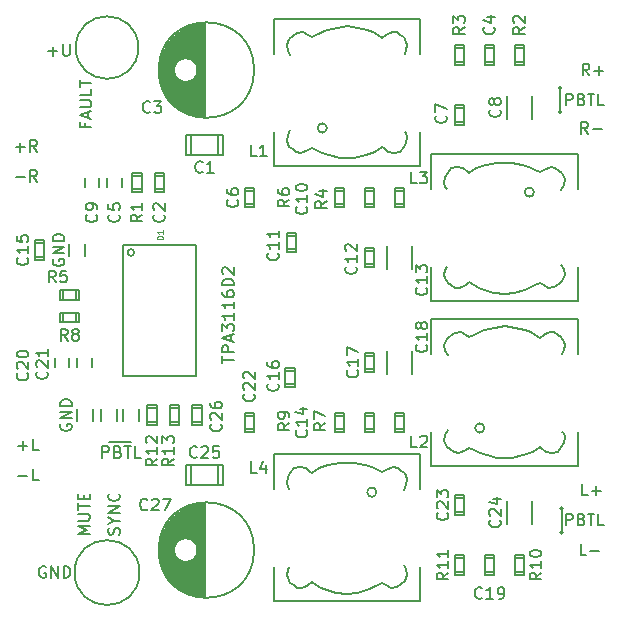
<source format=gbr>
G04 #@! TF.FileFunction,Legend,Top*
%FSLAX46Y46*%
G04 Gerber Fmt 4.6, Leading zero omitted, Abs format (unit mm)*
G04 Created by KiCad (PCBNEW 4.0.5) date 04/25/17 13:15:46*
%MOMM*%
%LPD*%
G01*
G04 APERTURE LIST*
%ADD10C,0.100000*%
%ADD11C,0.200000*%
%ADD12C,0.150000*%
%ADD13C,0.127000*%
%ADD14C,0.099060*%
G04 APERTURE END LIST*
D10*
D11*
X173736000Y-59436000D02*
G75*
G03X173736000Y-59436000I-127000J0D01*
G01*
X173736000Y-57404000D02*
G75*
G03X173736000Y-57404000I-127000J0D01*
G01*
X173609000Y-57404000D02*
X173609000Y-59436000D01*
D12*
X174093381Y-58872381D02*
X174093381Y-57872381D01*
X174474334Y-57872381D01*
X174569572Y-57920000D01*
X174617191Y-57967619D01*
X174664810Y-58062857D01*
X174664810Y-58205714D01*
X174617191Y-58300952D01*
X174569572Y-58348571D01*
X174474334Y-58396190D01*
X174093381Y-58396190D01*
X175426715Y-58348571D02*
X175569572Y-58396190D01*
X175617191Y-58443810D01*
X175664810Y-58539048D01*
X175664810Y-58681905D01*
X175617191Y-58777143D01*
X175569572Y-58824762D01*
X175474334Y-58872381D01*
X175093381Y-58872381D01*
X175093381Y-57872381D01*
X175426715Y-57872381D01*
X175521953Y-57920000D01*
X175569572Y-57967619D01*
X175617191Y-58062857D01*
X175617191Y-58158095D01*
X175569572Y-58253333D01*
X175521953Y-58300952D01*
X175426715Y-58348571D01*
X175093381Y-58348571D01*
X175950524Y-57872381D02*
X176521953Y-57872381D01*
X176236238Y-58872381D02*
X176236238Y-57872381D01*
X177331477Y-58872381D02*
X176855286Y-58872381D01*
X176855286Y-57872381D01*
D11*
X173863000Y-94996000D02*
G75*
G03X173863000Y-94996000I-127000J0D01*
G01*
X173863000Y-92964000D02*
G75*
G03X173863000Y-92964000I-127000J0D01*
G01*
D12*
X174093381Y-94432381D02*
X174093381Y-93432381D01*
X174474334Y-93432381D01*
X174569572Y-93480000D01*
X174617191Y-93527619D01*
X174664810Y-93622857D01*
X174664810Y-93765714D01*
X174617191Y-93860952D01*
X174569572Y-93908571D01*
X174474334Y-93956190D01*
X174093381Y-93956190D01*
X175426715Y-93908571D02*
X175569572Y-93956190D01*
X175617191Y-94003810D01*
X175664810Y-94099048D01*
X175664810Y-94241905D01*
X175617191Y-94337143D01*
X175569572Y-94384762D01*
X175474334Y-94432381D01*
X175093381Y-94432381D01*
X175093381Y-93432381D01*
X175426715Y-93432381D01*
X175521953Y-93480000D01*
X175569572Y-93527619D01*
X175617191Y-93622857D01*
X175617191Y-93718095D01*
X175569572Y-93813333D01*
X175521953Y-93860952D01*
X175426715Y-93908571D01*
X175093381Y-93908571D01*
X175950524Y-93432381D02*
X176521953Y-93432381D01*
X176236238Y-94432381D02*
X176236238Y-93432381D01*
X177331477Y-94432381D02*
X176855286Y-94432381D01*
X176855286Y-93432381D01*
D11*
X173736000Y-92964000D02*
X173736000Y-94996000D01*
D12*
X175839477Y-96972381D02*
X175363286Y-96972381D01*
X175363286Y-95972381D01*
X176172810Y-96591429D02*
X176934715Y-96591429D01*
X175966477Y-91892381D02*
X175490286Y-91892381D01*
X175490286Y-90892381D01*
X176299810Y-91511429D02*
X177061715Y-91511429D01*
X176680763Y-91892381D02*
X176680763Y-91130476D01*
X175966477Y-61285381D02*
X175633143Y-60809190D01*
X175395048Y-61285381D02*
X175395048Y-60285381D01*
X175776001Y-60285381D01*
X175871239Y-60333000D01*
X175918858Y-60380619D01*
X175966477Y-60475857D01*
X175966477Y-60618714D01*
X175918858Y-60713952D01*
X175871239Y-60761571D01*
X175776001Y-60809190D01*
X175395048Y-60809190D01*
X176395048Y-60904429D02*
X177156953Y-60904429D01*
X176093477Y-56332381D02*
X175760143Y-55856190D01*
X175522048Y-56332381D02*
X175522048Y-55332381D01*
X175903001Y-55332381D01*
X175998239Y-55380000D01*
X176045858Y-55427619D01*
X176093477Y-55522857D01*
X176093477Y-55665714D01*
X176045858Y-55760952D01*
X175998239Y-55808571D01*
X175903001Y-55856190D01*
X175522048Y-55856190D01*
X176522048Y-55951429D02*
X177283953Y-55951429D01*
X176903001Y-56332381D02*
X176903001Y-55570476D01*
X144994381Y-80676238D02*
X144994381Y-80104809D01*
X145994381Y-80390524D02*
X144994381Y-80390524D01*
X145994381Y-79771476D02*
X144994381Y-79771476D01*
X144994381Y-79390523D01*
X145042000Y-79295285D01*
X145089619Y-79247666D01*
X145184857Y-79200047D01*
X145327714Y-79200047D01*
X145422952Y-79247666D01*
X145470571Y-79295285D01*
X145518190Y-79390523D01*
X145518190Y-79771476D01*
X145708667Y-78819095D02*
X145708667Y-78342904D01*
X145994381Y-78914333D02*
X144994381Y-78581000D01*
X145994381Y-78247666D01*
X144994381Y-78009571D02*
X144994381Y-77390523D01*
X145375333Y-77723857D01*
X145375333Y-77580999D01*
X145422952Y-77485761D01*
X145470571Y-77438142D01*
X145565810Y-77390523D01*
X145803905Y-77390523D01*
X145899143Y-77438142D01*
X145946762Y-77485761D01*
X145994381Y-77580999D01*
X145994381Y-77866714D01*
X145946762Y-77961952D01*
X145899143Y-78009571D01*
X145994381Y-76438142D02*
X145994381Y-77009571D01*
X145994381Y-76723857D02*
X144994381Y-76723857D01*
X145137238Y-76819095D01*
X145232476Y-76914333D01*
X145280095Y-77009571D01*
X145994381Y-75485761D02*
X145994381Y-76057190D01*
X145994381Y-75771476D02*
X144994381Y-75771476D01*
X145137238Y-75866714D01*
X145232476Y-75961952D01*
X145280095Y-76057190D01*
X144994381Y-74628618D02*
X144994381Y-74819095D01*
X145042000Y-74914333D01*
X145089619Y-74961952D01*
X145232476Y-75057190D01*
X145422952Y-75104809D01*
X145803905Y-75104809D01*
X145899143Y-75057190D01*
X145946762Y-75009571D01*
X145994381Y-74914333D01*
X145994381Y-74723856D01*
X145946762Y-74628618D01*
X145899143Y-74580999D01*
X145803905Y-74533380D01*
X145565810Y-74533380D01*
X145470571Y-74580999D01*
X145422952Y-74628618D01*
X145375333Y-74723856D01*
X145375333Y-74914333D01*
X145422952Y-75009571D01*
X145470571Y-75057190D01*
X145565810Y-75104809D01*
X145994381Y-74104809D02*
X144994381Y-74104809D01*
X144994381Y-73866714D01*
X145042000Y-73723856D01*
X145137238Y-73628618D01*
X145232476Y-73580999D01*
X145422952Y-73533380D01*
X145565810Y-73533380D01*
X145756286Y-73580999D01*
X145851524Y-73628618D01*
X145946762Y-73723856D01*
X145994381Y-73866714D01*
X145994381Y-74104809D01*
X145089619Y-73152428D02*
X145042000Y-73104809D01*
X144994381Y-73009571D01*
X144994381Y-72771475D01*
X145042000Y-72676237D01*
X145089619Y-72628618D01*
X145184857Y-72580999D01*
X145280095Y-72580999D01*
X145422952Y-72628618D01*
X145994381Y-73200047D01*
X145994381Y-72580999D01*
X130691000Y-71881904D02*
X130643381Y-71977142D01*
X130643381Y-72119999D01*
X130691000Y-72262857D01*
X130786238Y-72358095D01*
X130881476Y-72405714D01*
X131071952Y-72453333D01*
X131214810Y-72453333D01*
X131405286Y-72405714D01*
X131500524Y-72358095D01*
X131595762Y-72262857D01*
X131643381Y-72119999D01*
X131643381Y-72024761D01*
X131595762Y-71881904D01*
X131548143Y-71834285D01*
X131214810Y-71834285D01*
X131214810Y-72024761D01*
X131643381Y-71405714D02*
X130643381Y-71405714D01*
X131643381Y-70834285D01*
X130643381Y-70834285D01*
X131643381Y-70358095D02*
X130643381Y-70358095D01*
X130643381Y-70120000D01*
X130691000Y-69977142D01*
X130786238Y-69881904D01*
X130881476Y-69834285D01*
X131071952Y-69786666D01*
X131214810Y-69786666D01*
X131405286Y-69834285D01*
X131500524Y-69881904D01*
X131595762Y-69977142D01*
X131643381Y-70120000D01*
X131643381Y-70358095D01*
X131326000Y-85851904D02*
X131278381Y-85947142D01*
X131278381Y-86089999D01*
X131326000Y-86232857D01*
X131421238Y-86328095D01*
X131516476Y-86375714D01*
X131706952Y-86423333D01*
X131849810Y-86423333D01*
X132040286Y-86375714D01*
X132135524Y-86328095D01*
X132230762Y-86232857D01*
X132278381Y-86089999D01*
X132278381Y-85994761D01*
X132230762Y-85851904D01*
X132183143Y-85804285D01*
X131849810Y-85804285D01*
X131849810Y-85994761D01*
X132278381Y-85375714D02*
X131278381Y-85375714D01*
X132278381Y-84804285D01*
X131278381Y-84804285D01*
X132278381Y-84328095D02*
X131278381Y-84328095D01*
X131278381Y-84090000D01*
X131326000Y-83947142D01*
X131421238Y-83851904D01*
X131516476Y-83804285D01*
X131706952Y-83756666D01*
X131849810Y-83756666D01*
X132040286Y-83804285D01*
X132135524Y-83851904D01*
X132230762Y-83947142D01*
X132278381Y-84090000D01*
X132278381Y-84328095D01*
D11*
X135382000Y-87376000D02*
X137287000Y-87376000D01*
D12*
X134850381Y-88717381D02*
X134850381Y-87717381D01*
X135231334Y-87717381D01*
X135326572Y-87765000D01*
X135374191Y-87812619D01*
X135421810Y-87907857D01*
X135421810Y-88050714D01*
X135374191Y-88145952D01*
X135326572Y-88193571D01*
X135231334Y-88241190D01*
X134850381Y-88241190D01*
X136183715Y-88193571D02*
X136326572Y-88241190D01*
X136374191Y-88288810D01*
X136421810Y-88384048D01*
X136421810Y-88526905D01*
X136374191Y-88622143D01*
X136326572Y-88669762D01*
X136231334Y-88717381D01*
X135850381Y-88717381D01*
X135850381Y-87717381D01*
X136183715Y-87717381D01*
X136278953Y-87765000D01*
X136326572Y-87812619D01*
X136374191Y-87907857D01*
X136374191Y-88003095D01*
X136326572Y-88098333D01*
X136278953Y-88145952D01*
X136183715Y-88193571D01*
X135850381Y-88193571D01*
X136707524Y-87717381D02*
X137278953Y-87717381D01*
X136993238Y-88717381D02*
X136993238Y-87717381D01*
X138088477Y-88717381D02*
X137612286Y-88717381D01*
X137612286Y-87717381D01*
X136294762Y-95210095D02*
X136342381Y-95067238D01*
X136342381Y-94829142D01*
X136294762Y-94733904D01*
X136247143Y-94686285D01*
X136151905Y-94638666D01*
X136056667Y-94638666D01*
X135961429Y-94686285D01*
X135913810Y-94733904D01*
X135866190Y-94829142D01*
X135818571Y-95019619D01*
X135770952Y-95114857D01*
X135723333Y-95162476D01*
X135628095Y-95210095D01*
X135532857Y-95210095D01*
X135437619Y-95162476D01*
X135390000Y-95114857D01*
X135342381Y-95019619D01*
X135342381Y-94781523D01*
X135390000Y-94638666D01*
X135866190Y-94019619D02*
X136342381Y-94019619D01*
X135342381Y-94352952D02*
X135866190Y-94019619D01*
X135342381Y-93686285D01*
X136342381Y-93352952D02*
X135342381Y-93352952D01*
X136342381Y-92781523D01*
X135342381Y-92781523D01*
X136247143Y-91733904D02*
X136294762Y-91781523D01*
X136342381Y-91924380D01*
X136342381Y-92019618D01*
X136294762Y-92162476D01*
X136199524Y-92257714D01*
X136104286Y-92305333D01*
X135913810Y-92352952D01*
X135770952Y-92352952D01*
X135580476Y-92305333D01*
X135485238Y-92257714D01*
X135390000Y-92162476D01*
X135342381Y-92019618D01*
X135342381Y-91924380D01*
X135390000Y-91781523D01*
X135437619Y-91733904D01*
X133802381Y-95162476D02*
X132802381Y-95162476D01*
X133516667Y-94829142D01*
X132802381Y-94495809D01*
X133802381Y-94495809D01*
X132802381Y-94019619D02*
X133611905Y-94019619D01*
X133707143Y-93972000D01*
X133754762Y-93924381D01*
X133802381Y-93829143D01*
X133802381Y-93638666D01*
X133754762Y-93543428D01*
X133707143Y-93495809D01*
X133611905Y-93448190D01*
X132802381Y-93448190D01*
X132802381Y-93114857D02*
X132802381Y-92543428D01*
X133802381Y-92829143D02*
X132802381Y-92829143D01*
X133278571Y-92210095D02*
X133278571Y-91876761D01*
X133802381Y-91733904D02*
X133802381Y-92210095D01*
X132802381Y-92210095D01*
X132802381Y-91733904D01*
X127738286Y-90241429D02*
X128500191Y-90241429D01*
X129452572Y-90622381D02*
X128976381Y-90622381D01*
X128976381Y-89622381D01*
X127738286Y-87701429D02*
X128500191Y-87701429D01*
X128119239Y-88082381D02*
X128119239Y-87320476D01*
X129452572Y-88082381D02*
X128976381Y-88082381D01*
X128976381Y-87082381D01*
X133405571Y-60396238D02*
X133405571Y-60729572D01*
X133929381Y-60729572D02*
X132929381Y-60729572D01*
X132929381Y-60253381D01*
X133643667Y-59920048D02*
X133643667Y-59443857D01*
X133929381Y-60015286D02*
X132929381Y-59681953D01*
X133929381Y-59348619D01*
X132929381Y-59015286D02*
X133738905Y-59015286D01*
X133834143Y-58967667D01*
X133881762Y-58920048D01*
X133929381Y-58824810D01*
X133929381Y-58634333D01*
X133881762Y-58539095D01*
X133834143Y-58491476D01*
X133738905Y-58443857D01*
X132929381Y-58443857D01*
X133929381Y-57491476D02*
X133929381Y-57967667D01*
X132929381Y-57967667D01*
X132929381Y-57301000D02*
X132929381Y-56729571D01*
X133929381Y-57015286D02*
X132929381Y-57015286D01*
X127516048Y-64968429D02*
X128277953Y-64968429D01*
X129325572Y-65349381D02*
X128992238Y-64873190D01*
X128754143Y-65349381D02*
X128754143Y-64349381D01*
X129135096Y-64349381D01*
X129230334Y-64397000D01*
X129277953Y-64444619D01*
X129325572Y-64539857D01*
X129325572Y-64682714D01*
X129277953Y-64777952D01*
X129230334Y-64825571D01*
X129135096Y-64873190D01*
X128754143Y-64873190D01*
X127516048Y-62428429D02*
X128277953Y-62428429D01*
X127897001Y-62809381D02*
X127897001Y-62047476D01*
X129325572Y-62809381D02*
X128992238Y-62333190D01*
X128754143Y-62809381D02*
X128754143Y-61809381D01*
X129135096Y-61809381D01*
X129230334Y-61857000D01*
X129277953Y-61904619D01*
X129325572Y-61999857D01*
X129325572Y-62142714D01*
X129277953Y-62237952D01*
X129230334Y-62285571D01*
X129135096Y-62333190D01*
X128754143Y-62333190D01*
X130286238Y-54300429D02*
X131048143Y-54300429D01*
X130667191Y-54681381D02*
X130667191Y-53919476D01*
X131524333Y-53681381D02*
X131524333Y-54490905D01*
X131571952Y-54586143D01*
X131619571Y-54633762D01*
X131714809Y-54681381D01*
X131905286Y-54681381D01*
X132000524Y-54633762D01*
X132048143Y-54586143D01*
X132095762Y-54490905D01*
X132095762Y-53681381D01*
D11*
X137897699Y-53975000D02*
G75*
G03X137897699Y-53975000I-2642699J0D01*
G01*
X138002430Y-98425000D02*
G75*
G03X138002430Y-98425000I-2747430J0D01*
G01*
D12*
X130048096Y-97925000D02*
X129952858Y-97877381D01*
X129810001Y-97877381D01*
X129667143Y-97925000D01*
X129571905Y-98020238D01*
X129524286Y-98115476D01*
X129476667Y-98305952D01*
X129476667Y-98448810D01*
X129524286Y-98639286D01*
X129571905Y-98734524D01*
X129667143Y-98829762D01*
X129810001Y-98877381D01*
X129905239Y-98877381D01*
X130048096Y-98829762D01*
X130095715Y-98782143D01*
X130095715Y-98448810D01*
X129905239Y-98448810D01*
X130524286Y-98877381D02*
X130524286Y-97877381D01*
X131095715Y-98877381D01*
X131095715Y-97877381D01*
X131571905Y-98877381D02*
X131571905Y-97877381D01*
X131810000Y-97877381D01*
X131952858Y-97925000D01*
X132048096Y-98020238D01*
X132095715Y-98115476D01*
X132143334Y-98305952D01*
X132143334Y-98448810D01*
X132095715Y-98639286D01*
X132048096Y-98734524D01*
X131952858Y-98829762D01*
X131810000Y-98877381D01*
X131571905Y-98877381D01*
D13*
X142800000Y-81750000D02*
X142800000Y-70650000D01*
X142800000Y-70650000D02*
X136600000Y-70650000D01*
X136600000Y-70650000D02*
X136600000Y-81750000D01*
X136600000Y-81750000D02*
X142800000Y-81750000D01*
X137559981Y-71336000D02*
G75*
G03X137559981Y-71336000I-283981J0D01*
G01*
D12*
X153865654Y-60784740D02*
G75*
G03X153865654Y-60784740I-391234J0D01*
G01*
X160474660Y-61084460D02*
X160576260Y-61186060D01*
X160576260Y-61186060D02*
X160675320Y-61584840D01*
X160675320Y-61584840D02*
X160576260Y-62085220D01*
X160576260Y-62085220D02*
X160375600Y-62384940D01*
X160375600Y-62384940D02*
X160075880Y-62786260D01*
X160075880Y-62786260D02*
X159575500Y-62885320D01*
X159575500Y-62885320D02*
X159075120Y-62786260D01*
X159075120Y-62786260D02*
X158673800Y-62484000D01*
X158673800Y-62484000D02*
X158574740Y-62384940D01*
X158574740Y-62384940D02*
X157975300Y-62786260D01*
X157975300Y-62786260D02*
X157175200Y-63085980D01*
X157175200Y-63085980D02*
X156174440Y-63284100D01*
X156174440Y-63284100D02*
X154975560Y-63284100D01*
X154975560Y-63284100D02*
X154073860Y-63085980D01*
X154073860Y-63085980D02*
X153474420Y-62885320D01*
X153474420Y-62885320D02*
X152974040Y-62684660D01*
X152974040Y-62684660D02*
X152575260Y-62484000D01*
X152575260Y-62484000D02*
X152275540Y-62684660D01*
X152275540Y-62684660D02*
X151676100Y-62885320D01*
X151676100Y-62885320D02*
X151274780Y-62786260D01*
X151274780Y-62786260D02*
X150975060Y-62585600D01*
X150975060Y-62585600D02*
X150675340Y-62384940D01*
X150675340Y-62384940D02*
X150474680Y-61884560D01*
X150474680Y-61884560D02*
X150573740Y-61384180D01*
X150573740Y-61384180D02*
X150774400Y-60985400D01*
X160474660Y-54485540D02*
X160576260Y-54185820D01*
X160576260Y-54185820D02*
X160675320Y-53784500D01*
X160675320Y-53784500D02*
X160576260Y-53484780D01*
X160576260Y-53484780D02*
X160375600Y-53086000D01*
X160375600Y-53086000D02*
X160075880Y-52885340D01*
X160075880Y-52885340D02*
X159776160Y-52684680D01*
X159776160Y-52684680D02*
X159473900Y-52684680D01*
X159473900Y-52684680D02*
X159174180Y-52783740D01*
X159174180Y-52783740D02*
X158874460Y-52885340D01*
X158874460Y-52885340D02*
X158574740Y-53185060D01*
X158574740Y-53185060D02*
X158175960Y-52885340D01*
X158175960Y-52885340D02*
X157774640Y-52684680D01*
X157774640Y-52684680D02*
X157274260Y-52484020D01*
X157274260Y-52484020D02*
X156474160Y-52285900D01*
X156474160Y-52285900D02*
X155575000Y-52184300D01*
X155575000Y-52184300D02*
X154774900Y-52285900D01*
X154774900Y-52285900D02*
X153875740Y-52484020D01*
X153875740Y-52484020D02*
X152974040Y-52885340D01*
X152974040Y-52885340D02*
X152575260Y-53086000D01*
X152575260Y-53086000D02*
X152275540Y-52885340D01*
X152275540Y-52885340D02*
X151874220Y-52684680D01*
X151874220Y-52684680D02*
X151373840Y-52783740D01*
X151373840Y-52783740D02*
X150975060Y-52984400D01*
X150975060Y-52984400D02*
X150675340Y-53284120D01*
X150675340Y-53284120D02*
X150474680Y-53784500D01*
X150474680Y-53784500D02*
X150573740Y-54284880D01*
X150573740Y-54284880D02*
X150774400Y-54584600D01*
X149374860Y-61084460D02*
X149374860Y-63985140D01*
X149374860Y-63985140D02*
X161775140Y-63985140D01*
X161775140Y-63985140D02*
X161775140Y-61084460D01*
X161775140Y-51584860D02*
X149374860Y-51584860D01*
X149374860Y-51584860D02*
X149374860Y-54485540D01*
X161775140Y-51584860D02*
X161775140Y-54485540D01*
X171401814Y-66215260D02*
G75*
G03X171401814Y-66215260I-391234J0D01*
G01*
X164010340Y-65915540D02*
X163908740Y-65813940D01*
X163908740Y-65813940D02*
X163809680Y-65415160D01*
X163809680Y-65415160D02*
X163908740Y-64914780D01*
X163908740Y-64914780D02*
X164109400Y-64615060D01*
X164109400Y-64615060D02*
X164409120Y-64213740D01*
X164409120Y-64213740D02*
X164909500Y-64114680D01*
X164909500Y-64114680D02*
X165409880Y-64213740D01*
X165409880Y-64213740D02*
X165811200Y-64516000D01*
X165811200Y-64516000D02*
X165910260Y-64615060D01*
X165910260Y-64615060D02*
X166509700Y-64213740D01*
X166509700Y-64213740D02*
X167309800Y-63914020D01*
X167309800Y-63914020D02*
X168310560Y-63715900D01*
X168310560Y-63715900D02*
X169509440Y-63715900D01*
X169509440Y-63715900D02*
X170411140Y-63914020D01*
X170411140Y-63914020D02*
X171010580Y-64114680D01*
X171010580Y-64114680D02*
X171510960Y-64315340D01*
X171510960Y-64315340D02*
X171909740Y-64516000D01*
X171909740Y-64516000D02*
X172209460Y-64315340D01*
X172209460Y-64315340D02*
X172808900Y-64114680D01*
X172808900Y-64114680D02*
X173210220Y-64213740D01*
X173210220Y-64213740D02*
X173509940Y-64414400D01*
X173509940Y-64414400D02*
X173809660Y-64615060D01*
X173809660Y-64615060D02*
X174010320Y-65115440D01*
X174010320Y-65115440D02*
X173911260Y-65615820D01*
X173911260Y-65615820D02*
X173710600Y-66014600D01*
X164010340Y-72514460D02*
X163908740Y-72814180D01*
X163908740Y-72814180D02*
X163809680Y-73215500D01*
X163809680Y-73215500D02*
X163908740Y-73515220D01*
X163908740Y-73515220D02*
X164109400Y-73914000D01*
X164109400Y-73914000D02*
X164409120Y-74114660D01*
X164409120Y-74114660D02*
X164708840Y-74315320D01*
X164708840Y-74315320D02*
X165011100Y-74315320D01*
X165011100Y-74315320D02*
X165310820Y-74216260D01*
X165310820Y-74216260D02*
X165610540Y-74114660D01*
X165610540Y-74114660D02*
X165910260Y-73814940D01*
X165910260Y-73814940D02*
X166309040Y-74114660D01*
X166309040Y-74114660D02*
X166710360Y-74315320D01*
X166710360Y-74315320D02*
X167210740Y-74515980D01*
X167210740Y-74515980D02*
X168010840Y-74714100D01*
X168010840Y-74714100D02*
X168910000Y-74815700D01*
X168910000Y-74815700D02*
X169710100Y-74714100D01*
X169710100Y-74714100D02*
X170609260Y-74515980D01*
X170609260Y-74515980D02*
X171510960Y-74114660D01*
X171510960Y-74114660D02*
X171909740Y-73914000D01*
X171909740Y-73914000D02*
X172209460Y-74114660D01*
X172209460Y-74114660D02*
X172610780Y-74315320D01*
X172610780Y-74315320D02*
X173111160Y-74216260D01*
X173111160Y-74216260D02*
X173509940Y-74015600D01*
X173509940Y-74015600D02*
X173809660Y-73715880D01*
X173809660Y-73715880D02*
X174010320Y-73215500D01*
X174010320Y-73215500D02*
X173911260Y-72715120D01*
X173911260Y-72715120D02*
X173710600Y-72415400D01*
X175110140Y-65915540D02*
X175110140Y-63014860D01*
X175110140Y-63014860D02*
X162709860Y-63014860D01*
X162709860Y-63014860D02*
X162709860Y-65915540D01*
X162709860Y-75415140D02*
X175110140Y-75415140D01*
X175110140Y-75415140D02*
X175110140Y-72514460D01*
X162709860Y-75415140D02*
X162709860Y-72514460D01*
X167200654Y-86184740D02*
G75*
G03X167200654Y-86184740I-391234J0D01*
G01*
X173809660Y-86484460D02*
X173911260Y-86586060D01*
X173911260Y-86586060D02*
X174010320Y-86984840D01*
X174010320Y-86984840D02*
X173911260Y-87485220D01*
X173911260Y-87485220D02*
X173710600Y-87784940D01*
X173710600Y-87784940D02*
X173410880Y-88186260D01*
X173410880Y-88186260D02*
X172910500Y-88285320D01*
X172910500Y-88285320D02*
X172410120Y-88186260D01*
X172410120Y-88186260D02*
X172008800Y-87884000D01*
X172008800Y-87884000D02*
X171909740Y-87784940D01*
X171909740Y-87784940D02*
X171310300Y-88186260D01*
X171310300Y-88186260D02*
X170510200Y-88485980D01*
X170510200Y-88485980D02*
X169509440Y-88684100D01*
X169509440Y-88684100D02*
X168310560Y-88684100D01*
X168310560Y-88684100D02*
X167408860Y-88485980D01*
X167408860Y-88485980D02*
X166809420Y-88285320D01*
X166809420Y-88285320D02*
X166309040Y-88084660D01*
X166309040Y-88084660D02*
X165910260Y-87884000D01*
X165910260Y-87884000D02*
X165610540Y-88084660D01*
X165610540Y-88084660D02*
X165011100Y-88285320D01*
X165011100Y-88285320D02*
X164609780Y-88186260D01*
X164609780Y-88186260D02*
X164310060Y-87985600D01*
X164310060Y-87985600D02*
X164010340Y-87784940D01*
X164010340Y-87784940D02*
X163809680Y-87284560D01*
X163809680Y-87284560D02*
X163908740Y-86784180D01*
X163908740Y-86784180D02*
X164109400Y-86385400D01*
X173809660Y-79885540D02*
X173911260Y-79585820D01*
X173911260Y-79585820D02*
X174010320Y-79184500D01*
X174010320Y-79184500D02*
X173911260Y-78884780D01*
X173911260Y-78884780D02*
X173710600Y-78486000D01*
X173710600Y-78486000D02*
X173410880Y-78285340D01*
X173410880Y-78285340D02*
X173111160Y-78084680D01*
X173111160Y-78084680D02*
X172808900Y-78084680D01*
X172808900Y-78084680D02*
X172509180Y-78183740D01*
X172509180Y-78183740D02*
X172209460Y-78285340D01*
X172209460Y-78285340D02*
X171909740Y-78585060D01*
X171909740Y-78585060D02*
X171510960Y-78285340D01*
X171510960Y-78285340D02*
X171109640Y-78084680D01*
X171109640Y-78084680D02*
X170609260Y-77884020D01*
X170609260Y-77884020D02*
X169809160Y-77685900D01*
X169809160Y-77685900D02*
X168910000Y-77584300D01*
X168910000Y-77584300D02*
X168109900Y-77685900D01*
X168109900Y-77685900D02*
X167210740Y-77884020D01*
X167210740Y-77884020D02*
X166309040Y-78285340D01*
X166309040Y-78285340D02*
X165910260Y-78486000D01*
X165910260Y-78486000D02*
X165610540Y-78285340D01*
X165610540Y-78285340D02*
X165209220Y-78084680D01*
X165209220Y-78084680D02*
X164708840Y-78183740D01*
X164708840Y-78183740D02*
X164310060Y-78384400D01*
X164310060Y-78384400D02*
X164010340Y-78684120D01*
X164010340Y-78684120D02*
X163809680Y-79184500D01*
X163809680Y-79184500D02*
X163908740Y-79684880D01*
X163908740Y-79684880D02*
X164109400Y-79984600D01*
X162709860Y-86484460D02*
X162709860Y-89385140D01*
X162709860Y-89385140D02*
X175110140Y-89385140D01*
X175110140Y-89385140D02*
X175110140Y-86484460D01*
X175110140Y-76984860D02*
X162709860Y-76984860D01*
X162709860Y-76984860D02*
X162709860Y-79885540D01*
X175110140Y-76984860D02*
X175110140Y-79885540D01*
X158066814Y-91615260D02*
G75*
G03X158066814Y-91615260I-391234J0D01*
G01*
X150675340Y-91315540D02*
X150573740Y-91213940D01*
X150573740Y-91213940D02*
X150474680Y-90815160D01*
X150474680Y-90815160D02*
X150573740Y-90314780D01*
X150573740Y-90314780D02*
X150774400Y-90015060D01*
X150774400Y-90015060D02*
X151074120Y-89613740D01*
X151074120Y-89613740D02*
X151574500Y-89514680D01*
X151574500Y-89514680D02*
X152074880Y-89613740D01*
X152074880Y-89613740D02*
X152476200Y-89916000D01*
X152476200Y-89916000D02*
X152575260Y-90015060D01*
X152575260Y-90015060D02*
X153174700Y-89613740D01*
X153174700Y-89613740D02*
X153974800Y-89314020D01*
X153974800Y-89314020D02*
X154975560Y-89115900D01*
X154975560Y-89115900D02*
X156174440Y-89115900D01*
X156174440Y-89115900D02*
X157076140Y-89314020D01*
X157076140Y-89314020D02*
X157675580Y-89514680D01*
X157675580Y-89514680D02*
X158175960Y-89715340D01*
X158175960Y-89715340D02*
X158574740Y-89916000D01*
X158574740Y-89916000D02*
X158874460Y-89715340D01*
X158874460Y-89715340D02*
X159473900Y-89514680D01*
X159473900Y-89514680D02*
X159875220Y-89613740D01*
X159875220Y-89613740D02*
X160174940Y-89814400D01*
X160174940Y-89814400D02*
X160474660Y-90015060D01*
X160474660Y-90015060D02*
X160675320Y-90515440D01*
X160675320Y-90515440D02*
X160576260Y-91015820D01*
X160576260Y-91015820D02*
X160375600Y-91414600D01*
X150675340Y-97914460D02*
X150573740Y-98214180D01*
X150573740Y-98214180D02*
X150474680Y-98615500D01*
X150474680Y-98615500D02*
X150573740Y-98915220D01*
X150573740Y-98915220D02*
X150774400Y-99314000D01*
X150774400Y-99314000D02*
X151074120Y-99514660D01*
X151074120Y-99514660D02*
X151373840Y-99715320D01*
X151373840Y-99715320D02*
X151676100Y-99715320D01*
X151676100Y-99715320D02*
X151975820Y-99616260D01*
X151975820Y-99616260D02*
X152275540Y-99514660D01*
X152275540Y-99514660D02*
X152575260Y-99214940D01*
X152575260Y-99214940D02*
X152974040Y-99514660D01*
X152974040Y-99514660D02*
X153375360Y-99715320D01*
X153375360Y-99715320D02*
X153875740Y-99915980D01*
X153875740Y-99915980D02*
X154675840Y-100114100D01*
X154675840Y-100114100D02*
X155575000Y-100215700D01*
X155575000Y-100215700D02*
X156375100Y-100114100D01*
X156375100Y-100114100D02*
X157274260Y-99915980D01*
X157274260Y-99915980D02*
X158175960Y-99514660D01*
X158175960Y-99514660D02*
X158574740Y-99314000D01*
X158574740Y-99314000D02*
X158874460Y-99514660D01*
X158874460Y-99514660D02*
X159275780Y-99715320D01*
X159275780Y-99715320D02*
X159776160Y-99616260D01*
X159776160Y-99616260D02*
X160174940Y-99415600D01*
X160174940Y-99415600D02*
X160474660Y-99115880D01*
X160474660Y-99115880D02*
X160675320Y-98615500D01*
X160675320Y-98615500D02*
X160576260Y-98115120D01*
X160576260Y-98115120D02*
X160375600Y-97815400D01*
X161775140Y-91315540D02*
X161775140Y-88414860D01*
X161775140Y-88414860D02*
X149374860Y-88414860D01*
X149374860Y-88414860D02*
X149374860Y-91315540D01*
X149374860Y-100815140D02*
X161775140Y-100815140D01*
X161775140Y-100815140D02*
X161775140Y-97914460D01*
X149374860Y-100815140D02*
X149374860Y-97914460D01*
D13*
X138201400Y-64846200D02*
X137388600Y-64846200D01*
X137414000Y-65963800D02*
X138201400Y-65963800D01*
X137388600Y-66217800D02*
X137388600Y-64592200D01*
X137388600Y-64592200D02*
X138201400Y-64592200D01*
X138201400Y-64592200D02*
X138201400Y-66217800D01*
X138201400Y-66217800D02*
X137388600Y-66217800D01*
X165506400Y-54051200D02*
X164693600Y-54051200D01*
X164719000Y-55168800D02*
X165506400Y-55168800D01*
X164693600Y-55422800D02*
X164693600Y-53797200D01*
X164693600Y-53797200D02*
X165506400Y-53797200D01*
X165506400Y-53797200D02*
X165506400Y-55422800D01*
X165506400Y-55422800D02*
X164693600Y-55422800D01*
X159613600Y-67233800D02*
X160426400Y-67233800D01*
X160401000Y-66116200D02*
X159613600Y-66116200D01*
X160426400Y-65862200D02*
X160426400Y-67487800D01*
X160426400Y-67487800D02*
X159613600Y-67487800D01*
X159613600Y-67487800D02*
X159613600Y-65862200D01*
X159613600Y-65862200D02*
X160426400Y-65862200D01*
X131521200Y-74523600D02*
X131521200Y-75336400D01*
X132638800Y-75311000D02*
X132638800Y-74523600D01*
X132892800Y-75336400D02*
X131267200Y-75336400D01*
X131267200Y-75336400D02*
X131267200Y-74523600D01*
X131267200Y-74523600D02*
X132892800Y-74523600D01*
X132892800Y-74523600D02*
X132892800Y-75336400D01*
X155346400Y-66116200D02*
X154533600Y-66116200D01*
X154559000Y-67233800D02*
X155346400Y-67233800D01*
X154533600Y-67487800D02*
X154533600Y-65862200D01*
X154533600Y-65862200D02*
X155346400Y-65862200D01*
X155346400Y-65862200D02*
X155346400Y-67487800D01*
X155346400Y-67487800D02*
X154533600Y-67487800D01*
X160426400Y-85166200D02*
X159613600Y-85166200D01*
X159639000Y-86283800D02*
X160426400Y-86283800D01*
X159613600Y-86537800D02*
X159613600Y-84912200D01*
X159613600Y-84912200D02*
X160426400Y-84912200D01*
X160426400Y-84912200D02*
X160426400Y-86537800D01*
X160426400Y-86537800D02*
X159613600Y-86537800D01*
X132638800Y-77241400D02*
X132638800Y-76428600D01*
X131521200Y-76454000D02*
X131521200Y-77241400D01*
X131267200Y-76428600D02*
X132892800Y-76428600D01*
X132892800Y-76428600D02*
X132892800Y-77241400D01*
X132892800Y-77241400D02*
X131267200Y-77241400D01*
X131267200Y-77241400D02*
X131267200Y-76428600D01*
X154533600Y-86283800D02*
X155346400Y-86283800D01*
X155321000Y-85166200D02*
X154533600Y-85166200D01*
X155346400Y-84912200D02*
X155346400Y-86537800D01*
X155346400Y-86537800D02*
X154533600Y-86537800D01*
X154533600Y-86537800D02*
X154533600Y-84912200D01*
X154533600Y-84912200D02*
X155346400Y-84912200D01*
X169773600Y-98348800D02*
X170586400Y-98348800D01*
X170561000Y-97231200D02*
X169773600Y-97231200D01*
X170586400Y-96977200D02*
X170586400Y-98602800D01*
X170586400Y-98602800D02*
X169773600Y-98602800D01*
X169773600Y-98602800D02*
X169773600Y-96977200D01*
X169773600Y-96977200D02*
X170586400Y-96977200D01*
X164693600Y-98348800D02*
X165506400Y-98348800D01*
X165481000Y-97231200D02*
X164693600Y-97231200D01*
X165506400Y-96977200D02*
X165506400Y-98602800D01*
X165506400Y-98602800D02*
X164693600Y-98602800D01*
X164693600Y-98602800D02*
X164693600Y-96977200D01*
X164693600Y-96977200D02*
X165506400Y-96977200D01*
X138658600Y-85648800D02*
X139471400Y-85648800D01*
X139446000Y-84531200D02*
X138658600Y-84531200D01*
X139471400Y-84277200D02*
X139471400Y-85902800D01*
X139471400Y-85902800D02*
X138658600Y-85902800D01*
X138658600Y-85902800D02*
X138658600Y-84277200D01*
X138658600Y-84277200D02*
X139471400Y-84277200D01*
X141376400Y-84531200D02*
X140563600Y-84531200D01*
X140589000Y-85648800D02*
X141376400Y-85648800D01*
X140563600Y-85902800D02*
X140563600Y-84277200D01*
X140563600Y-84277200D02*
X141376400Y-84277200D01*
X141376400Y-84277200D02*
X141376400Y-85902800D01*
X141376400Y-85902800D02*
X140563600Y-85902800D01*
D12*
X135290000Y-65755000D02*
X135290000Y-65055000D01*
X136490000Y-65055000D02*
X136490000Y-65755000D01*
D13*
X170586400Y-54051200D02*
X169773600Y-54051200D01*
X169799000Y-55168800D02*
X170586400Y-55168800D01*
X169773600Y-55422800D02*
X169773600Y-53797200D01*
X169773600Y-53797200D02*
X170586400Y-53797200D01*
X170586400Y-53797200D02*
X170586400Y-55422800D01*
X170586400Y-55422800D02*
X169773600Y-55422800D01*
X144653000Y-63042800D02*
X144653000Y-61417200D01*
X142367000Y-61417200D02*
X142367000Y-63042800D01*
X141909800Y-61417200D02*
X141909800Y-63042800D01*
X141909800Y-63042800D02*
X145110200Y-63042800D01*
X145110200Y-63042800D02*
X145110200Y-61417200D01*
X145110200Y-61417200D02*
X141909800Y-61417200D01*
X139293600Y-65963800D02*
X140106400Y-65963800D01*
X140081000Y-64846200D02*
X139293600Y-64846200D01*
X140106400Y-64592200D02*
X140106400Y-66217800D01*
X140106400Y-66217800D02*
X139293600Y-66217800D01*
X139293600Y-66217800D02*
X139293600Y-64592200D01*
X139293600Y-64592200D02*
X140106400Y-64592200D01*
D12*
X143590000Y-59879000D02*
X143590000Y-51881000D01*
X143450000Y-59874000D02*
X143450000Y-51886000D01*
X143310000Y-59864000D02*
X143310000Y-51896000D01*
X143170000Y-59849000D02*
X143170000Y-51911000D01*
X143030000Y-59829000D02*
X143030000Y-51931000D01*
X142890000Y-59804000D02*
X142890000Y-56102000D01*
X142890000Y-55658000D02*
X142890000Y-51956000D01*
X142750000Y-59774000D02*
X142750000Y-56430000D01*
X142750000Y-55330000D02*
X142750000Y-51986000D01*
X142610000Y-59738000D02*
X142610000Y-56599000D01*
X142610000Y-55161000D02*
X142610000Y-52022000D01*
X142470000Y-59697000D02*
X142470000Y-56712000D01*
X142470000Y-55048000D02*
X142470000Y-52063000D01*
X142330000Y-59651000D02*
X142330000Y-56790000D01*
X142330000Y-54970000D02*
X142330000Y-52109000D01*
X142190000Y-59598000D02*
X142190000Y-56841000D01*
X142190000Y-54919000D02*
X142190000Y-52162000D01*
X142050000Y-59539000D02*
X142050000Y-56871000D01*
X142050000Y-54889000D02*
X142050000Y-52221000D01*
X141910000Y-59474000D02*
X141910000Y-56880000D01*
X141910000Y-54880000D02*
X141910000Y-52286000D01*
X141770000Y-59403000D02*
X141770000Y-56869000D01*
X141770000Y-54891000D02*
X141770000Y-52357000D01*
X141630000Y-59324000D02*
X141630000Y-56839000D01*
X141630000Y-54921000D02*
X141630000Y-52436000D01*
X141490000Y-59237000D02*
X141490000Y-56785000D01*
X141490000Y-54975000D02*
X141490000Y-52523000D01*
X141350000Y-59142000D02*
X141350000Y-56705000D01*
X141350000Y-55055000D02*
X141350000Y-52618000D01*
X141210000Y-59038000D02*
X141210000Y-56589000D01*
X141210000Y-55171000D02*
X141210000Y-52722000D01*
X141070000Y-58924000D02*
X141070000Y-56415000D01*
X141070000Y-55345000D02*
X141070000Y-52836000D01*
X140930000Y-58799000D02*
X140930000Y-56053000D01*
X140930000Y-55707000D02*
X140930000Y-52961000D01*
X140790000Y-58661000D02*
X140790000Y-53099000D01*
X140650000Y-58509000D02*
X140650000Y-53251000D01*
X140510000Y-58339000D02*
X140510000Y-53421000D01*
X140370000Y-58148000D02*
X140370000Y-53612000D01*
X140230000Y-57930000D02*
X140230000Y-53830000D01*
X140090000Y-57674000D02*
X140090000Y-54086000D01*
X139950000Y-57363000D02*
X139950000Y-54397000D01*
X139810000Y-56947000D02*
X139810000Y-54813000D01*
X139670000Y-56080000D02*
X139670000Y-55680000D01*
X142915000Y-55880000D02*
G75*
G03X142915000Y-55880000I-1000000J0D01*
G01*
X147702500Y-55880000D02*
G75*
G03X147702500Y-55880000I-4037500J0D01*
G01*
X171205000Y-60055000D02*
X171205000Y-58055000D01*
X169155000Y-58055000D02*
X169155000Y-60055000D01*
X133385000Y-65755000D02*
X133385000Y-65055000D01*
X134585000Y-65055000D02*
X134585000Y-65755000D01*
X161045000Y-72755000D02*
X161045000Y-70755000D01*
X158995000Y-70755000D02*
X158995000Y-72755000D01*
X158995000Y-79645000D02*
X158995000Y-81645000D01*
X161045000Y-81645000D02*
X161045000Y-79645000D01*
X132045000Y-80295000D02*
X132045000Y-80995000D01*
X130845000Y-80995000D02*
X130845000Y-80295000D01*
X133950000Y-80295000D02*
X133950000Y-80995000D01*
X132750000Y-80995000D02*
X132750000Y-80295000D01*
X169155000Y-92345000D02*
X169155000Y-94345000D01*
X171205000Y-94345000D02*
X171205000Y-92345000D01*
D13*
X144653000Y-90982800D02*
X144653000Y-89357200D01*
X142367000Y-89357200D02*
X142367000Y-90982800D01*
X141909800Y-89357200D02*
X141909800Y-90982800D01*
X141909800Y-90982800D02*
X145110200Y-90982800D01*
X145110200Y-90982800D02*
X145110200Y-89357200D01*
X145110200Y-89357200D02*
X141909800Y-89357200D01*
X143281400Y-84531200D02*
X142468600Y-84531200D01*
X142494000Y-85648800D02*
X143281400Y-85648800D01*
X142468600Y-85902800D02*
X142468600Y-84277200D01*
X142468600Y-84277200D02*
X143281400Y-84277200D01*
X143281400Y-84277200D02*
X143281400Y-85902800D01*
X143281400Y-85902800D02*
X142468600Y-85902800D01*
D12*
X143590000Y-100519000D02*
X143590000Y-92521000D01*
X143450000Y-100514000D02*
X143450000Y-92526000D01*
X143310000Y-100504000D02*
X143310000Y-92536000D01*
X143170000Y-100489000D02*
X143170000Y-92551000D01*
X143030000Y-100469000D02*
X143030000Y-92571000D01*
X142890000Y-100444000D02*
X142890000Y-96742000D01*
X142890000Y-96298000D02*
X142890000Y-92596000D01*
X142750000Y-100414000D02*
X142750000Y-97070000D01*
X142750000Y-95970000D02*
X142750000Y-92626000D01*
X142610000Y-100378000D02*
X142610000Y-97239000D01*
X142610000Y-95801000D02*
X142610000Y-92662000D01*
X142470000Y-100337000D02*
X142470000Y-97352000D01*
X142470000Y-95688000D02*
X142470000Y-92703000D01*
X142330000Y-100291000D02*
X142330000Y-97430000D01*
X142330000Y-95610000D02*
X142330000Y-92749000D01*
X142190000Y-100238000D02*
X142190000Y-97481000D01*
X142190000Y-95559000D02*
X142190000Y-92802000D01*
X142050000Y-100179000D02*
X142050000Y-97511000D01*
X142050000Y-95529000D02*
X142050000Y-92861000D01*
X141910000Y-100114000D02*
X141910000Y-97520000D01*
X141910000Y-95520000D02*
X141910000Y-92926000D01*
X141770000Y-100043000D02*
X141770000Y-97509000D01*
X141770000Y-95531000D02*
X141770000Y-92997000D01*
X141630000Y-99964000D02*
X141630000Y-97479000D01*
X141630000Y-95561000D02*
X141630000Y-93076000D01*
X141490000Y-99877000D02*
X141490000Y-97425000D01*
X141490000Y-95615000D02*
X141490000Y-93163000D01*
X141350000Y-99782000D02*
X141350000Y-97345000D01*
X141350000Y-95695000D02*
X141350000Y-93258000D01*
X141210000Y-99678000D02*
X141210000Y-97229000D01*
X141210000Y-95811000D02*
X141210000Y-93362000D01*
X141070000Y-99564000D02*
X141070000Y-97055000D01*
X141070000Y-95985000D02*
X141070000Y-93476000D01*
X140930000Y-99439000D02*
X140930000Y-96693000D01*
X140930000Y-96347000D02*
X140930000Y-93601000D01*
X140790000Y-99301000D02*
X140790000Y-93739000D01*
X140650000Y-99149000D02*
X140650000Y-93891000D01*
X140510000Y-98979000D02*
X140510000Y-94061000D01*
X140370000Y-98788000D02*
X140370000Y-94252000D01*
X140230000Y-98570000D02*
X140230000Y-94470000D01*
X140090000Y-98314000D02*
X140090000Y-94726000D01*
X139950000Y-98003000D02*
X139950000Y-95037000D01*
X139810000Y-97587000D02*
X139810000Y-95453000D01*
X139670000Y-96720000D02*
X139670000Y-96320000D01*
X142915000Y-96520000D02*
G75*
G03X142915000Y-96520000I-1000000J0D01*
G01*
X147702500Y-96520000D02*
G75*
G03X147702500Y-96520000I-4037500J0D01*
G01*
X134025000Y-84590000D02*
X134025000Y-85590000D01*
X132675000Y-85590000D02*
X132675000Y-84590000D01*
X136057000Y-84590000D02*
X136057000Y-85590000D01*
X134707000Y-85590000D02*
X134707000Y-84590000D01*
X137962000Y-84590000D02*
X137962000Y-85590000D01*
X136612000Y-85590000D02*
X136612000Y-84590000D01*
D13*
X150342600Y-82473800D02*
X151155400Y-82473800D01*
X151130000Y-81356200D02*
X150342600Y-81356200D01*
X151155400Y-81102200D02*
X151155400Y-82727800D01*
X151155400Y-82727800D02*
X150342600Y-82727800D01*
X150342600Y-82727800D02*
X150342600Y-81102200D01*
X150342600Y-81102200D02*
X151155400Y-81102200D01*
X151282400Y-69926200D02*
X150469600Y-69926200D01*
X150495000Y-71043800D02*
X151282400Y-71043800D01*
X150469600Y-71297800D02*
X150469600Y-69672200D01*
X150469600Y-69672200D02*
X151282400Y-69672200D01*
X151282400Y-69672200D02*
X151282400Y-71297800D01*
X151282400Y-71297800D02*
X150469600Y-71297800D01*
X146913600Y-67233800D02*
X147726400Y-67233800D01*
X147701000Y-66116200D02*
X146913600Y-66116200D01*
X147726400Y-65862200D02*
X147726400Y-67487800D01*
X147726400Y-67487800D02*
X146913600Y-67487800D01*
X146913600Y-67487800D02*
X146913600Y-65862200D01*
X146913600Y-65862200D02*
X147726400Y-65862200D01*
X147726400Y-85166200D02*
X146913600Y-85166200D01*
X146939000Y-86283800D02*
X147726400Y-86283800D01*
X146913600Y-86537800D02*
X146913600Y-84912200D01*
X146913600Y-84912200D02*
X147726400Y-84912200D01*
X147726400Y-84912200D02*
X147726400Y-86537800D01*
X147726400Y-86537800D02*
X146913600Y-86537800D01*
X157886400Y-66116200D02*
X157073600Y-66116200D01*
X157099000Y-67233800D02*
X157886400Y-67233800D01*
X157073600Y-67487800D02*
X157073600Y-65862200D01*
X157073600Y-65862200D02*
X157886400Y-65862200D01*
X157886400Y-65862200D02*
X157886400Y-67487800D01*
X157886400Y-67487800D02*
X157073600Y-67487800D01*
X157886400Y-71196200D02*
X157073600Y-71196200D01*
X157099000Y-72313800D02*
X157886400Y-72313800D01*
X157073600Y-72567800D02*
X157073600Y-70942200D01*
X157073600Y-70942200D02*
X157886400Y-70942200D01*
X157886400Y-70942200D02*
X157886400Y-72567800D01*
X157886400Y-72567800D02*
X157073600Y-72567800D01*
X157073600Y-81203800D02*
X157886400Y-81203800D01*
X157861000Y-80086200D02*
X157073600Y-80086200D01*
X157886400Y-79832200D02*
X157886400Y-81457800D01*
X157886400Y-81457800D02*
X157073600Y-81457800D01*
X157073600Y-81457800D02*
X157073600Y-79832200D01*
X157073600Y-79832200D02*
X157886400Y-79832200D01*
X157073600Y-86283800D02*
X157886400Y-86283800D01*
X157861000Y-85166200D02*
X157073600Y-85166200D01*
X157886400Y-84912200D02*
X157886400Y-86537800D01*
X157886400Y-86537800D02*
X157073600Y-86537800D01*
X157073600Y-86537800D02*
X157073600Y-84912200D01*
X157073600Y-84912200D02*
X157886400Y-84912200D01*
X168046400Y-54051200D02*
X167233600Y-54051200D01*
X167259000Y-55168800D02*
X168046400Y-55168800D01*
X167233600Y-55422800D02*
X167233600Y-53797200D01*
X167233600Y-53797200D02*
X168046400Y-53797200D01*
X168046400Y-53797200D02*
X168046400Y-55422800D01*
X168046400Y-55422800D02*
X167233600Y-55422800D01*
X167233600Y-98348800D02*
X168046400Y-98348800D01*
X168021000Y-97231200D02*
X167233600Y-97231200D01*
X168046400Y-96977200D02*
X168046400Y-98602800D01*
X168046400Y-98602800D02*
X167233600Y-98602800D01*
X167233600Y-98602800D02*
X167233600Y-96977200D01*
X167233600Y-96977200D02*
X168046400Y-96977200D01*
X164693600Y-93268800D02*
X165506400Y-93268800D01*
X165481000Y-92151200D02*
X164693600Y-92151200D01*
X165506400Y-91897200D02*
X165506400Y-93522800D01*
X165506400Y-93522800D02*
X164693600Y-93522800D01*
X164693600Y-93522800D02*
X164693600Y-91897200D01*
X164693600Y-91897200D02*
X165506400Y-91897200D01*
X165506400Y-59131200D02*
X164693600Y-59131200D01*
X164719000Y-60248800D02*
X165506400Y-60248800D01*
X164693600Y-60502800D02*
X164693600Y-58877200D01*
X164693600Y-58877200D02*
X165506400Y-58877200D01*
X165506400Y-58877200D02*
X165506400Y-60502800D01*
X165506400Y-60502800D02*
X164693600Y-60502800D01*
D12*
X133390000Y-70620000D02*
X133390000Y-71620000D01*
X132040000Y-71620000D02*
X132040000Y-70620000D01*
D13*
X129133600Y-71678800D02*
X129946400Y-71678800D01*
X129921000Y-70561200D02*
X129133600Y-70561200D01*
X129946400Y-70307200D02*
X129946400Y-71932800D01*
X129946400Y-71932800D02*
X129133600Y-71932800D01*
X129133600Y-71932800D02*
X129133600Y-70307200D01*
X129133600Y-70307200D02*
X129946400Y-70307200D01*
D14*
X139989862Y-70219328D02*
X139489482Y-70219328D01*
X139489482Y-70100190D01*
X139513310Y-70028707D01*
X139560965Y-69981052D01*
X139608620Y-69957224D01*
X139703931Y-69933396D01*
X139775414Y-69933396D01*
X139870724Y-69957224D01*
X139918380Y-69981052D01*
X139966035Y-70028707D01*
X139989862Y-70100190D01*
X139989862Y-70219328D01*
X139989862Y-69456844D02*
X139989862Y-69742776D01*
X139989862Y-69599810D02*
X139489482Y-69599810D01*
X139560965Y-69647465D01*
X139608620Y-69695120D01*
X139632448Y-69742776D01*
D12*
X147915334Y-63190381D02*
X147439143Y-63190381D01*
X147439143Y-62190381D01*
X148772477Y-63190381D02*
X148201048Y-63190381D01*
X148486762Y-63190381D02*
X148486762Y-62190381D01*
X148391524Y-62333238D01*
X148296286Y-62428476D01*
X148201048Y-62476095D01*
X161504334Y-87828381D02*
X161028143Y-87828381D01*
X161028143Y-86828381D01*
X161790048Y-86923619D02*
X161837667Y-86876000D01*
X161932905Y-86828381D01*
X162171001Y-86828381D01*
X162266239Y-86876000D01*
X162313858Y-86923619D01*
X162361477Y-87018857D01*
X162361477Y-87114095D01*
X162313858Y-87256952D01*
X161742429Y-87828381D01*
X162361477Y-87828381D01*
X161504334Y-65476381D02*
X161028143Y-65476381D01*
X161028143Y-64476381D01*
X161742429Y-64476381D02*
X162361477Y-64476381D01*
X162028143Y-64857333D01*
X162171001Y-64857333D01*
X162266239Y-64904952D01*
X162313858Y-64952571D01*
X162361477Y-65047810D01*
X162361477Y-65285905D01*
X162313858Y-65381143D01*
X162266239Y-65428762D01*
X162171001Y-65476381D01*
X161885286Y-65476381D01*
X161790048Y-65428762D01*
X161742429Y-65381143D01*
X147915334Y-89987381D02*
X147439143Y-89987381D01*
X147439143Y-88987381D01*
X148677239Y-89320714D02*
X148677239Y-89987381D01*
X148439143Y-88939762D02*
X148201048Y-89654048D01*
X148820096Y-89654048D01*
X138247381Y-68111666D02*
X137771190Y-68445000D01*
X138247381Y-68683095D02*
X137247381Y-68683095D01*
X137247381Y-68302142D01*
X137295000Y-68206904D01*
X137342619Y-68159285D01*
X137437857Y-68111666D01*
X137580714Y-68111666D01*
X137675952Y-68159285D01*
X137723571Y-68206904D01*
X137771190Y-68302142D01*
X137771190Y-68683095D01*
X138247381Y-67159285D02*
X138247381Y-67730714D01*
X138247381Y-67445000D02*
X137247381Y-67445000D01*
X137390238Y-67540238D01*
X137485476Y-67635476D01*
X137533095Y-67730714D01*
X165552381Y-52236666D02*
X165076190Y-52570000D01*
X165552381Y-52808095D02*
X164552381Y-52808095D01*
X164552381Y-52427142D01*
X164600000Y-52331904D01*
X164647619Y-52284285D01*
X164742857Y-52236666D01*
X164885714Y-52236666D01*
X164980952Y-52284285D01*
X165028571Y-52331904D01*
X165076190Y-52427142D01*
X165076190Y-52808095D01*
X164552381Y-51903333D02*
X164552381Y-51284285D01*
X164933333Y-51617619D01*
X164933333Y-51474761D01*
X164980952Y-51379523D01*
X165028571Y-51331904D01*
X165123810Y-51284285D01*
X165361905Y-51284285D01*
X165457143Y-51331904D01*
X165504762Y-51379523D01*
X165552381Y-51474761D01*
X165552381Y-51760476D01*
X165504762Y-51855714D01*
X165457143Y-51903333D01*
X153868381Y-66968666D02*
X153392190Y-67302000D01*
X153868381Y-67540095D02*
X152868381Y-67540095D01*
X152868381Y-67159142D01*
X152916000Y-67063904D01*
X152963619Y-67016285D01*
X153058857Y-66968666D01*
X153201714Y-66968666D01*
X153296952Y-67016285D01*
X153344571Y-67063904D01*
X153392190Y-67159142D01*
X153392190Y-67540095D01*
X153201714Y-66111523D02*
X153868381Y-66111523D01*
X152820762Y-66349619D02*
X153535048Y-66587714D01*
X153535048Y-65968666D01*
X130897334Y-73858381D02*
X130564000Y-73382190D01*
X130325905Y-73858381D02*
X130325905Y-72858381D01*
X130706858Y-72858381D01*
X130802096Y-72906000D01*
X130849715Y-72953619D01*
X130897334Y-73048857D01*
X130897334Y-73191714D01*
X130849715Y-73286952D01*
X130802096Y-73334571D01*
X130706858Y-73382190D01*
X130325905Y-73382190D01*
X131802096Y-72858381D02*
X131325905Y-72858381D01*
X131278286Y-73334571D01*
X131325905Y-73286952D01*
X131421143Y-73239333D01*
X131659239Y-73239333D01*
X131754477Y-73286952D01*
X131802096Y-73334571D01*
X131849715Y-73429810D01*
X131849715Y-73667905D01*
X131802096Y-73763143D01*
X131754477Y-73810762D01*
X131659239Y-73858381D01*
X131421143Y-73858381D01*
X131325905Y-73810762D01*
X131278286Y-73763143D01*
X150693381Y-66841666D02*
X150217190Y-67175000D01*
X150693381Y-67413095D02*
X149693381Y-67413095D01*
X149693381Y-67032142D01*
X149741000Y-66936904D01*
X149788619Y-66889285D01*
X149883857Y-66841666D01*
X150026714Y-66841666D01*
X150121952Y-66889285D01*
X150169571Y-66936904D01*
X150217190Y-67032142D01*
X150217190Y-67413095D01*
X149693381Y-65984523D02*
X149693381Y-66175000D01*
X149741000Y-66270238D01*
X149788619Y-66317857D01*
X149931476Y-66413095D01*
X150121952Y-66460714D01*
X150502905Y-66460714D01*
X150598143Y-66413095D01*
X150645762Y-66365476D01*
X150693381Y-66270238D01*
X150693381Y-66079761D01*
X150645762Y-65984523D01*
X150598143Y-65936904D01*
X150502905Y-65889285D01*
X150264810Y-65889285D01*
X150169571Y-65936904D01*
X150121952Y-65984523D01*
X150074333Y-66079761D01*
X150074333Y-66270238D01*
X150121952Y-66365476D01*
X150169571Y-66413095D01*
X150264810Y-66460714D01*
X153741381Y-85764666D02*
X153265190Y-86098000D01*
X153741381Y-86336095D02*
X152741381Y-86336095D01*
X152741381Y-85955142D01*
X152789000Y-85859904D01*
X152836619Y-85812285D01*
X152931857Y-85764666D01*
X153074714Y-85764666D01*
X153169952Y-85812285D01*
X153217571Y-85859904D01*
X153265190Y-85955142D01*
X153265190Y-86336095D01*
X152741381Y-85431333D02*
X152741381Y-84764666D01*
X153741381Y-85193238D01*
X131913334Y-78811381D02*
X131580000Y-78335190D01*
X131341905Y-78811381D02*
X131341905Y-77811381D01*
X131722858Y-77811381D01*
X131818096Y-77859000D01*
X131865715Y-77906619D01*
X131913334Y-78001857D01*
X131913334Y-78144714D01*
X131865715Y-78239952D01*
X131818096Y-78287571D01*
X131722858Y-78335190D01*
X131341905Y-78335190D01*
X132484762Y-78239952D02*
X132389524Y-78192333D01*
X132341905Y-78144714D01*
X132294286Y-78049476D01*
X132294286Y-78001857D01*
X132341905Y-77906619D01*
X132389524Y-77859000D01*
X132484762Y-77811381D01*
X132675239Y-77811381D01*
X132770477Y-77859000D01*
X132818096Y-77906619D01*
X132865715Y-78001857D01*
X132865715Y-78049476D01*
X132818096Y-78144714D01*
X132770477Y-78192333D01*
X132675239Y-78239952D01*
X132484762Y-78239952D01*
X132389524Y-78287571D01*
X132341905Y-78335190D01*
X132294286Y-78430429D01*
X132294286Y-78620905D01*
X132341905Y-78716143D01*
X132389524Y-78763762D01*
X132484762Y-78811381D01*
X132675239Y-78811381D01*
X132770477Y-78763762D01*
X132818096Y-78716143D01*
X132865715Y-78620905D01*
X132865715Y-78430429D01*
X132818096Y-78335190D01*
X132770477Y-78287571D01*
X132675239Y-78239952D01*
X150693381Y-85764666D02*
X150217190Y-86098000D01*
X150693381Y-86336095D02*
X149693381Y-86336095D01*
X149693381Y-85955142D01*
X149741000Y-85859904D01*
X149788619Y-85812285D01*
X149883857Y-85764666D01*
X150026714Y-85764666D01*
X150121952Y-85812285D01*
X150169571Y-85859904D01*
X150217190Y-85955142D01*
X150217190Y-86336095D01*
X150693381Y-85288476D02*
X150693381Y-85098000D01*
X150645762Y-85002761D01*
X150598143Y-84955142D01*
X150455286Y-84859904D01*
X150264810Y-84812285D01*
X149883857Y-84812285D01*
X149788619Y-84859904D01*
X149741000Y-84907523D01*
X149693381Y-85002761D01*
X149693381Y-85193238D01*
X149741000Y-85288476D01*
X149788619Y-85336095D01*
X149883857Y-85383714D01*
X150121952Y-85383714D01*
X150217190Y-85336095D01*
X150264810Y-85288476D01*
X150312429Y-85193238D01*
X150312429Y-85002761D01*
X150264810Y-84907523D01*
X150217190Y-84859904D01*
X150121952Y-84812285D01*
X172029381Y-98432857D02*
X171553190Y-98766191D01*
X172029381Y-99004286D02*
X171029381Y-99004286D01*
X171029381Y-98623333D01*
X171077000Y-98528095D01*
X171124619Y-98480476D01*
X171219857Y-98432857D01*
X171362714Y-98432857D01*
X171457952Y-98480476D01*
X171505571Y-98528095D01*
X171553190Y-98623333D01*
X171553190Y-99004286D01*
X172029381Y-97480476D02*
X172029381Y-98051905D01*
X172029381Y-97766191D02*
X171029381Y-97766191D01*
X171172238Y-97861429D01*
X171267476Y-97956667D01*
X171315095Y-98051905D01*
X171029381Y-96861429D02*
X171029381Y-96766190D01*
X171077000Y-96670952D01*
X171124619Y-96623333D01*
X171219857Y-96575714D01*
X171410333Y-96528095D01*
X171648429Y-96528095D01*
X171838905Y-96575714D01*
X171934143Y-96623333D01*
X171981762Y-96670952D01*
X172029381Y-96766190D01*
X172029381Y-96861429D01*
X171981762Y-96956667D01*
X171934143Y-97004286D01*
X171838905Y-97051905D01*
X171648429Y-97099524D01*
X171410333Y-97099524D01*
X171219857Y-97051905D01*
X171124619Y-97004286D01*
X171077000Y-96956667D01*
X171029381Y-96861429D01*
X164155381Y-98432857D02*
X163679190Y-98766191D01*
X164155381Y-99004286D02*
X163155381Y-99004286D01*
X163155381Y-98623333D01*
X163203000Y-98528095D01*
X163250619Y-98480476D01*
X163345857Y-98432857D01*
X163488714Y-98432857D01*
X163583952Y-98480476D01*
X163631571Y-98528095D01*
X163679190Y-98623333D01*
X163679190Y-99004286D01*
X164155381Y-97480476D02*
X164155381Y-98051905D01*
X164155381Y-97766191D02*
X163155381Y-97766191D01*
X163298238Y-97861429D01*
X163393476Y-97956667D01*
X163441095Y-98051905D01*
X164155381Y-96528095D02*
X164155381Y-97099524D01*
X164155381Y-96813810D02*
X163155381Y-96813810D01*
X163298238Y-96909048D01*
X163393476Y-97004286D01*
X163441095Y-97099524D01*
X139517381Y-88780857D02*
X139041190Y-89114191D01*
X139517381Y-89352286D02*
X138517381Y-89352286D01*
X138517381Y-88971333D01*
X138565000Y-88876095D01*
X138612619Y-88828476D01*
X138707857Y-88780857D01*
X138850714Y-88780857D01*
X138945952Y-88828476D01*
X138993571Y-88876095D01*
X139041190Y-88971333D01*
X139041190Y-89352286D01*
X139517381Y-87828476D02*
X139517381Y-88399905D01*
X139517381Y-88114191D02*
X138517381Y-88114191D01*
X138660238Y-88209429D01*
X138755476Y-88304667D01*
X138803095Y-88399905D01*
X138612619Y-87447524D02*
X138565000Y-87399905D01*
X138517381Y-87304667D01*
X138517381Y-87066571D01*
X138565000Y-86971333D01*
X138612619Y-86923714D01*
X138707857Y-86876095D01*
X138803095Y-86876095D01*
X138945952Y-86923714D01*
X139517381Y-87495143D01*
X139517381Y-86876095D01*
X140914381Y-88780857D02*
X140438190Y-89114191D01*
X140914381Y-89352286D02*
X139914381Y-89352286D01*
X139914381Y-88971333D01*
X139962000Y-88876095D01*
X140009619Y-88828476D01*
X140104857Y-88780857D01*
X140247714Y-88780857D01*
X140342952Y-88828476D01*
X140390571Y-88876095D01*
X140438190Y-88971333D01*
X140438190Y-89352286D01*
X140914381Y-87828476D02*
X140914381Y-88399905D01*
X140914381Y-88114191D02*
X139914381Y-88114191D01*
X140057238Y-88209429D01*
X140152476Y-88304667D01*
X140200095Y-88399905D01*
X139914381Y-87495143D02*
X139914381Y-86876095D01*
X140295333Y-87209429D01*
X140295333Y-87066571D01*
X140342952Y-86971333D01*
X140390571Y-86923714D01*
X140485810Y-86876095D01*
X140723905Y-86876095D01*
X140819143Y-86923714D01*
X140866762Y-86971333D01*
X140914381Y-87066571D01*
X140914381Y-87352286D01*
X140866762Y-87447524D01*
X140819143Y-87495143D01*
X136247143Y-68111666D02*
X136294762Y-68159285D01*
X136342381Y-68302142D01*
X136342381Y-68397380D01*
X136294762Y-68540238D01*
X136199524Y-68635476D01*
X136104286Y-68683095D01*
X135913810Y-68730714D01*
X135770952Y-68730714D01*
X135580476Y-68683095D01*
X135485238Y-68635476D01*
X135390000Y-68540238D01*
X135342381Y-68397380D01*
X135342381Y-68302142D01*
X135390000Y-68159285D01*
X135437619Y-68111666D01*
X135342381Y-67206904D02*
X135342381Y-67683095D01*
X135818571Y-67730714D01*
X135770952Y-67683095D01*
X135723333Y-67587857D01*
X135723333Y-67349761D01*
X135770952Y-67254523D01*
X135818571Y-67206904D01*
X135913810Y-67159285D01*
X136151905Y-67159285D01*
X136247143Y-67206904D01*
X136294762Y-67254523D01*
X136342381Y-67349761D01*
X136342381Y-67587857D01*
X136294762Y-67683095D01*
X136247143Y-67730714D01*
X170632381Y-52236666D02*
X170156190Y-52570000D01*
X170632381Y-52808095D02*
X169632381Y-52808095D01*
X169632381Y-52427142D01*
X169680000Y-52331904D01*
X169727619Y-52284285D01*
X169822857Y-52236666D01*
X169965714Y-52236666D01*
X170060952Y-52284285D01*
X170108571Y-52331904D01*
X170156190Y-52427142D01*
X170156190Y-52808095D01*
X169727619Y-51855714D02*
X169680000Y-51808095D01*
X169632381Y-51712857D01*
X169632381Y-51474761D01*
X169680000Y-51379523D01*
X169727619Y-51331904D01*
X169822857Y-51284285D01*
X169918095Y-51284285D01*
X170060952Y-51331904D01*
X170632381Y-51903333D01*
X170632381Y-51284285D01*
X143343334Y-64492143D02*
X143295715Y-64539762D01*
X143152858Y-64587381D01*
X143057620Y-64587381D01*
X142914762Y-64539762D01*
X142819524Y-64444524D01*
X142771905Y-64349286D01*
X142724286Y-64158810D01*
X142724286Y-64015952D01*
X142771905Y-63825476D01*
X142819524Y-63730238D01*
X142914762Y-63635000D01*
X143057620Y-63587381D01*
X143152858Y-63587381D01*
X143295715Y-63635000D01*
X143343334Y-63682619D01*
X144295715Y-64587381D02*
X143724286Y-64587381D01*
X144010000Y-64587381D02*
X144010000Y-63587381D01*
X143914762Y-63730238D01*
X143819524Y-63825476D01*
X143724286Y-63873095D01*
X140057143Y-68111666D02*
X140104762Y-68159285D01*
X140152381Y-68302142D01*
X140152381Y-68397380D01*
X140104762Y-68540238D01*
X140009524Y-68635476D01*
X139914286Y-68683095D01*
X139723810Y-68730714D01*
X139580952Y-68730714D01*
X139390476Y-68683095D01*
X139295238Y-68635476D01*
X139200000Y-68540238D01*
X139152381Y-68397380D01*
X139152381Y-68302142D01*
X139200000Y-68159285D01*
X139247619Y-68111666D01*
X139247619Y-67730714D02*
X139200000Y-67683095D01*
X139152381Y-67587857D01*
X139152381Y-67349761D01*
X139200000Y-67254523D01*
X139247619Y-67206904D01*
X139342857Y-67159285D01*
X139438095Y-67159285D01*
X139580952Y-67206904D01*
X140152381Y-67778333D01*
X140152381Y-67159285D01*
X138898334Y-59412143D02*
X138850715Y-59459762D01*
X138707858Y-59507381D01*
X138612620Y-59507381D01*
X138469762Y-59459762D01*
X138374524Y-59364524D01*
X138326905Y-59269286D01*
X138279286Y-59078810D01*
X138279286Y-58935952D01*
X138326905Y-58745476D01*
X138374524Y-58650238D01*
X138469762Y-58555000D01*
X138612620Y-58507381D01*
X138707858Y-58507381D01*
X138850715Y-58555000D01*
X138898334Y-58602619D01*
X139231667Y-58507381D02*
X139850715Y-58507381D01*
X139517381Y-58888333D01*
X139660239Y-58888333D01*
X139755477Y-58935952D01*
X139803096Y-58983571D01*
X139850715Y-59078810D01*
X139850715Y-59316905D01*
X139803096Y-59412143D01*
X139755477Y-59459762D01*
X139660239Y-59507381D01*
X139374524Y-59507381D01*
X139279286Y-59459762D01*
X139231667Y-59412143D01*
X168505143Y-59221666D02*
X168552762Y-59269285D01*
X168600381Y-59412142D01*
X168600381Y-59507380D01*
X168552762Y-59650238D01*
X168457524Y-59745476D01*
X168362286Y-59793095D01*
X168171810Y-59840714D01*
X168028952Y-59840714D01*
X167838476Y-59793095D01*
X167743238Y-59745476D01*
X167648000Y-59650238D01*
X167600381Y-59507380D01*
X167600381Y-59412142D01*
X167648000Y-59269285D01*
X167695619Y-59221666D01*
X168028952Y-58650238D02*
X167981333Y-58745476D01*
X167933714Y-58793095D01*
X167838476Y-58840714D01*
X167790857Y-58840714D01*
X167695619Y-58793095D01*
X167648000Y-58745476D01*
X167600381Y-58650238D01*
X167600381Y-58459761D01*
X167648000Y-58364523D01*
X167695619Y-58316904D01*
X167790857Y-58269285D01*
X167838476Y-58269285D01*
X167933714Y-58316904D01*
X167981333Y-58364523D01*
X168028952Y-58459761D01*
X168028952Y-58650238D01*
X168076571Y-58745476D01*
X168124190Y-58793095D01*
X168219429Y-58840714D01*
X168409905Y-58840714D01*
X168505143Y-58793095D01*
X168552762Y-58745476D01*
X168600381Y-58650238D01*
X168600381Y-58459761D01*
X168552762Y-58364523D01*
X168505143Y-58316904D01*
X168409905Y-58269285D01*
X168219429Y-58269285D01*
X168124190Y-58316904D01*
X168076571Y-58364523D01*
X168028952Y-58459761D01*
X134342143Y-68111666D02*
X134389762Y-68159285D01*
X134437381Y-68302142D01*
X134437381Y-68397380D01*
X134389762Y-68540238D01*
X134294524Y-68635476D01*
X134199286Y-68683095D01*
X134008810Y-68730714D01*
X133865952Y-68730714D01*
X133675476Y-68683095D01*
X133580238Y-68635476D01*
X133485000Y-68540238D01*
X133437381Y-68397380D01*
X133437381Y-68302142D01*
X133485000Y-68159285D01*
X133532619Y-68111666D01*
X134437381Y-67635476D02*
X134437381Y-67445000D01*
X134389762Y-67349761D01*
X134342143Y-67302142D01*
X134199286Y-67206904D01*
X134008810Y-67159285D01*
X133627857Y-67159285D01*
X133532619Y-67206904D01*
X133485000Y-67254523D01*
X133437381Y-67349761D01*
X133437381Y-67540238D01*
X133485000Y-67635476D01*
X133532619Y-67683095D01*
X133627857Y-67730714D01*
X133865952Y-67730714D01*
X133961190Y-67683095D01*
X134008810Y-67635476D01*
X134056429Y-67540238D01*
X134056429Y-67349761D01*
X134008810Y-67254523D01*
X133961190Y-67206904D01*
X133865952Y-67159285D01*
X162282143Y-74302857D02*
X162329762Y-74350476D01*
X162377381Y-74493333D01*
X162377381Y-74588571D01*
X162329762Y-74731429D01*
X162234524Y-74826667D01*
X162139286Y-74874286D01*
X161948810Y-74921905D01*
X161805952Y-74921905D01*
X161615476Y-74874286D01*
X161520238Y-74826667D01*
X161425000Y-74731429D01*
X161377381Y-74588571D01*
X161377381Y-74493333D01*
X161425000Y-74350476D01*
X161472619Y-74302857D01*
X162377381Y-73350476D02*
X162377381Y-73921905D01*
X162377381Y-73636191D02*
X161377381Y-73636191D01*
X161520238Y-73731429D01*
X161615476Y-73826667D01*
X161663095Y-73921905D01*
X161377381Y-73017143D02*
X161377381Y-72398095D01*
X161758333Y-72731429D01*
X161758333Y-72588571D01*
X161805952Y-72493333D01*
X161853571Y-72445714D01*
X161948810Y-72398095D01*
X162186905Y-72398095D01*
X162282143Y-72445714D01*
X162329762Y-72493333D01*
X162377381Y-72588571D01*
X162377381Y-72874286D01*
X162329762Y-72969524D01*
X162282143Y-73017143D01*
X162282143Y-79128857D02*
X162329762Y-79176476D01*
X162377381Y-79319333D01*
X162377381Y-79414571D01*
X162329762Y-79557429D01*
X162234524Y-79652667D01*
X162139286Y-79700286D01*
X161948810Y-79747905D01*
X161805952Y-79747905D01*
X161615476Y-79700286D01*
X161520238Y-79652667D01*
X161425000Y-79557429D01*
X161377381Y-79414571D01*
X161377381Y-79319333D01*
X161425000Y-79176476D01*
X161472619Y-79128857D01*
X162377381Y-78176476D02*
X162377381Y-78747905D01*
X162377381Y-78462191D02*
X161377381Y-78462191D01*
X161520238Y-78557429D01*
X161615476Y-78652667D01*
X161663095Y-78747905D01*
X161805952Y-77605048D02*
X161758333Y-77700286D01*
X161710714Y-77747905D01*
X161615476Y-77795524D01*
X161567857Y-77795524D01*
X161472619Y-77747905D01*
X161425000Y-77700286D01*
X161377381Y-77605048D01*
X161377381Y-77414571D01*
X161425000Y-77319333D01*
X161472619Y-77271714D01*
X161567857Y-77224095D01*
X161615476Y-77224095D01*
X161710714Y-77271714D01*
X161758333Y-77319333D01*
X161805952Y-77414571D01*
X161805952Y-77605048D01*
X161853571Y-77700286D01*
X161901190Y-77747905D01*
X161996429Y-77795524D01*
X162186905Y-77795524D01*
X162282143Y-77747905D01*
X162329762Y-77700286D01*
X162377381Y-77605048D01*
X162377381Y-77414571D01*
X162329762Y-77319333D01*
X162282143Y-77271714D01*
X162186905Y-77224095D01*
X161996429Y-77224095D01*
X161901190Y-77271714D01*
X161853571Y-77319333D01*
X161805952Y-77414571D01*
X128500143Y-81541857D02*
X128547762Y-81589476D01*
X128595381Y-81732333D01*
X128595381Y-81827571D01*
X128547762Y-81970429D01*
X128452524Y-82065667D01*
X128357286Y-82113286D01*
X128166810Y-82160905D01*
X128023952Y-82160905D01*
X127833476Y-82113286D01*
X127738238Y-82065667D01*
X127643000Y-81970429D01*
X127595381Y-81827571D01*
X127595381Y-81732333D01*
X127643000Y-81589476D01*
X127690619Y-81541857D01*
X127690619Y-81160905D02*
X127643000Y-81113286D01*
X127595381Y-81018048D01*
X127595381Y-80779952D01*
X127643000Y-80684714D01*
X127690619Y-80637095D01*
X127785857Y-80589476D01*
X127881095Y-80589476D01*
X128023952Y-80637095D01*
X128595381Y-81208524D01*
X128595381Y-80589476D01*
X127595381Y-79970429D02*
X127595381Y-79875190D01*
X127643000Y-79779952D01*
X127690619Y-79732333D01*
X127785857Y-79684714D01*
X127976333Y-79637095D01*
X128214429Y-79637095D01*
X128404905Y-79684714D01*
X128500143Y-79732333D01*
X128547762Y-79779952D01*
X128595381Y-79875190D01*
X128595381Y-79970429D01*
X128547762Y-80065667D01*
X128500143Y-80113286D01*
X128404905Y-80160905D01*
X128214429Y-80208524D01*
X127976333Y-80208524D01*
X127785857Y-80160905D01*
X127690619Y-80113286D01*
X127643000Y-80065667D01*
X127595381Y-79970429D01*
X130151143Y-81414857D02*
X130198762Y-81462476D01*
X130246381Y-81605333D01*
X130246381Y-81700571D01*
X130198762Y-81843429D01*
X130103524Y-81938667D01*
X130008286Y-81986286D01*
X129817810Y-82033905D01*
X129674952Y-82033905D01*
X129484476Y-81986286D01*
X129389238Y-81938667D01*
X129294000Y-81843429D01*
X129246381Y-81700571D01*
X129246381Y-81605333D01*
X129294000Y-81462476D01*
X129341619Y-81414857D01*
X129341619Y-81033905D02*
X129294000Y-80986286D01*
X129246381Y-80891048D01*
X129246381Y-80652952D01*
X129294000Y-80557714D01*
X129341619Y-80510095D01*
X129436857Y-80462476D01*
X129532095Y-80462476D01*
X129674952Y-80510095D01*
X130246381Y-81081524D01*
X130246381Y-80462476D01*
X130246381Y-79510095D02*
X130246381Y-80081524D01*
X130246381Y-79795810D02*
X129246381Y-79795810D01*
X129389238Y-79891048D01*
X129484476Y-79986286D01*
X129532095Y-80081524D01*
X168505143Y-93987857D02*
X168552762Y-94035476D01*
X168600381Y-94178333D01*
X168600381Y-94273571D01*
X168552762Y-94416429D01*
X168457524Y-94511667D01*
X168362286Y-94559286D01*
X168171810Y-94606905D01*
X168028952Y-94606905D01*
X167838476Y-94559286D01*
X167743238Y-94511667D01*
X167648000Y-94416429D01*
X167600381Y-94273571D01*
X167600381Y-94178333D01*
X167648000Y-94035476D01*
X167695619Y-93987857D01*
X167695619Y-93606905D02*
X167648000Y-93559286D01*
X167600381Y-93464048D01*
X167600381Y-93225952D01*
X167648000Y-93130714D01*
X167695619Y-93083095D01*
X167790857Y-93035476D01*
X167886095Y-93035476D01*
X168028952Y-93083095D01*
X168600381Y-93654524D01*
X168600381Y-93035476D01*
X167933714Y-92178333D02*
X168600381Y-92178333D01*
X167552762Y-92416429D02*
X168267048Y-92654524D01*
X168267048Y-92035476D01*
X142867143Y-88622143D02*
X142819524Y-88669762D01*
X142676667Y-88717381D01*
X142581429Y-88717381D01*
X142438571Y-88669762D01*
X142343333Y-88574524D01*
X142295714Y-88479286D01*
X142248095Y-88288810D01*
X142248095Y-88145952D01*
X142295714Y-87955476D01*
X142343333Y-87860238D01*
X142438571Y-87765000D01*
X142581429Y-87717381D01*
X142676667Y-87717381D01*
X142819524Y-87765000D01*
X142867143Y-87812619D01*
X143248095Y-87812619D02*
X143295714Y-87765000D01*
X143390952Y-87717381D01*
X143629048Y-87717381D01*
X143724286Y-87765000D01*
X143771905Y-87812619D01*
X143819524Y-87907857D01*
X143819524Y-88003095D01*
X143771905Y-88145952D01*
X143200476Y-88717381D01*
X143819524Y-88717381D01*
X144724286Y-87717381D02*
X144248095Y-87717381D01*
X144200476Y-88193571D01*
X144248095Y-88145952D01*
X144343333Y-88098333D01*
X144581429Y-88098333D01*
X144676667Y-88145952D01*
X144724286Y-88193571D01*
X144771905Y-88288810D01*
X144771905Y-88526905D01*
X144724286Y-88622143D01*
X144676667Y-88669762D01*
X144581429Y-88717381D01*
X144343333Y-88717381D01*
X144248095Y-88669762D01*
X144200476Y-88622143D01*
X144883143Y-85859857D02*
X144930762Y-85907476D01*
X144978381Y-86050333D01*
X144978381Y-86145571D01*
X144930762Y-86288429D01*
X144835524Y-86383667D01*
X144740286Y-86431286D01*
X144549810Y-86478905D01*
X144406952Y-86478905D01*
X144216476Y-86431286D01*
X144121238Y-86383667D01*
X144026000Y-86288429D01*
X143978381Y-86145571D01*
X143978381Y-86050333D01*
X144026000Y-85907476D01*
X144073619Y-85859857D01*
X144073619Y-85478905D02*
X144026000Y-85431286D01*
X143978381Y-85336048D01*
X143978381Y-85097952D01*
X144026000Y-85002714D01*
X144073619Y-84955095D01*
X144168857Y-84907476D01*
X144264095Y-84907476D01*
X144406952Y-84955095D01*
X144978381Y-85526524D01*
X144978381Y-84907476D01*
X143978381Y-84050333D02*
X143978381Y-84240810D01*
X144026000Y-84336048D01*
X144073619Y-84383667D01*
X144216476Y-84478905D01*
X144406952Y-84526524D01*
X144787905Y-84526524D01*
X144883143Y-84478905D01*
X144930762Y-84431286D01*
X144978381Y-84336048D01*
X144978381Y-84145571D01*
X144930762Y-84050333D01*
X144883143Y-84002714D01*
X144787905Y-83955095D01*
X144549810Y-83955095D01*
X144454571Y-84002714D01*
X144406952Y-84050333D01*
X144359333Y-84145571D01*
X144359333Y-84336048D01*
X144406952Y-84431286D01*
X144454571Y-84478905D01*
X144549810Y-84526524D01*
X138676143Y-93067143D02*
X138628524Y-93114762D01*
X138485667Y-93162381D01*
X138390429Y-93162381D01*
X138247571Y-93114762D01*
X138152333Y-93019524D01*
X138104714Y-92924286D01*
X138057095Y-92733810D01*
X138057095Y-92590952D01*
X138104714Y-92400476D01*
X138152333Y-92305238D01*
X138247571Y-92210000D01*
X138390429Y-92162381D01*
X138485667Y-92162381D01*
X138628524Y-92210000D01*
X138676143Y-92257619D01*
X139057095Y-92257619D02*
X139104714Y-92210000D01*
X139199952Y-92162381D01*
X139438048Y-92162381D01*
X139533286Y-92210000D01*
X139580905Y-92257619D01*
X139628524Y-92352857D01*
X139628524Y-92448095D01*
X139580905Y-92590952D01*
X139009476Y-93162381D01*
X139628524Y-93162381D01*
X139961857Y-92162381D02*
X140628524Y-92162381D01*
X140199952Y-93162381D01*
X149709143Y-82430857D02*
X149756762Y-82478476D01*
X149804381Y-82621333D01*
X149804381Y-82716571D01*
X149756762Y-82859429D01*
X149661524Y-82954667D01*
X149566286Y-83002286D01*
X149375810Y-83049905D01*
X149232952Y-83049905D01*
X149042476Y-83002286D01*
X148947238Y-82954667D01*
X148852000Y-82859429D01*
X148804381Y-82716571D01*
X148804381Y-82621333D01*
X148852000Y-82478476D01*
X148899619Y-82430857D01*
X149804381Y-81478476D02*
X149804381Y-82049905D01*
X149804381Y-81764191D02*
X148804381Y-81764191D01*
X148947238Y-81859429D01*
X149042476Y-81954667D01*
X149090095Y-82049905D01*
X148804381Y-80621333D02*
X148804381Y-80811810D01*
X148852000Y-80907048D01*
X148899619Y-80954667D01*
X149042476Y-81049905D01*
X149232952Y-81097524D01*
X149613905Y-81097524D01*
X149709143Y-81049905D01*
X149756762Y-81002286D01*
X149804381Y-80907048D01*
X149804381Y-80716571D01*
X149756762Y-80621333D01*
X149709143Y-80573714D01*
X149613905Y-80526095D01*
X149375810Y-80526095D01*
X149280571Y-80573714D01*
X149232952Y-80621333D01*
X149185333Y-80716571D01*
X149185333Y-80907048D01*
X149232952Y-81002286D01*
X149280571Y-81049905D01*
X149375810Y-81097524D01*
X149709143Y-71381857D02*
X149756762Y-71429476D01*
X149804381Y-71572333D01*
X149804381Y-71667571D01*
X149756762Y-71810429D01*
X149661524Y-71905667D01*
X149566286Y-71953286D01*
X149375810Y-72000905D01*
X149232952Y-72000905D01*
X149042476Y-71953286D01*
X148947238Y-71905667D01*
X148852000Y-71810429D01*
X148804381Y-71667571D01*
X148804381Y-71572333D01*
X148852000Y-71429476D01*
X148899619Y-71381857D01*
X149804381Y-70429476D02*
X149804381Y-71000905D01*
X149804381Y-70715191D02*
X148804381Y-70715191D01*
X148947238Y-70810429D01*
X149042476Y-70905667D01*
X149090095Y-71000905D01*
X149804381Y-69477095D02*
X149804381Y-70048524D01*
X149804381Y-69762810D02*
X148804381Y-69762810D01*
X148947238Y-69858048D01*
X149042476Y-69953286D01*
X149090095Y-70048524D01*
X146280143Y-66841666D02*
X146327762Y-66889285D01*
X146375381Y-67032142D01*
X146375381Y-67127380D01*
X146327762Y-67270238D01*
X146232524Y-67365476D01*
X146137286Y-67413095D01*
X145946810Y-67460714D01*
X145803952Y-67460714D01*
X145613476Y-67413095D01*
X145518238Y-67365476D01*
X145423000Y-67270238D01*
X145375381Y-67127380D01*
X145375381Y-67032142D01*
X145423000Y-66889285D01*
X145470619Y-66841666D01*
X145375381Y-65984523D02*
X145375381Y-66175000D01*
X145423000Y-66270238D01*
X145470619Y-66317857D01*
X145613476Y-66413095D01*
X145803952Y-66460714D01*
X146184905Y-66460714D01*
X146280143Y-66413095D01*
X146327762Y-66365476D01*
X146375381Y-66270238D01*
X146375381Y-66079761D01*
X146327762Y-65984523D01*
X146280143Y-65936904D01*
X146184905Y-65889285D01*
X145946810Y-65889285D01*
X145851571Y-65936904D01*
X145803952Y-65984523D01*
X145756333Y-66079761D01*
X145756333Y-66270238D01*
X145803952Y-66365476D01*
X145851571Y-66413095D01*
X145946810Y-66460714D01*
X147677143Y-83319857D02*
X147724762Y-83367476D01*
X147772381Y-83510333D01*
X147772381Y-83605571D01*
X147724762Y-83748429D01*
X147629524Y-83843667D01*
X147534286Y-83891286D01*
X147343810Y-83938905D01*
X147200952Y-83938905D01*
X147010476Y-83891286D01*
X146915238Y-83843667D01*
X146820000Y-83748429D01*
X146772381Y-83605571D01*
X146772381Y-83510333D01*
X146820000Y-83367476D01*
X146867619Y-83319857D01*
X146867619Y-82938905D02*
X146820000Y-82891286D01*
X146772381Y-82796048D01*
X146772381Y-82557952D01*
X146820000Y-82462714D01*
X146867619Y-82415095D01*
X146962857Y-82367476D01*
X147058095Y-82367476D01*
X147200952Y-82415095D01*
X147772381Y-82986524D01*
X147772381Y-82367476D01*
X146867619Y-81986524D02*
X146820000Y-81938905D01*
X146772381Y-81843667D01*
X146772381Y-81605571D01*
X146820000Y-81510333D01*
X146867619Y-81462714D01*
X146962857Y-81415095D01*
X147058095Y-81415095D01*
X147200952Y-81462714D01*
X147772381Y-82034143D01*
X147772381Y-81415095D01*
X152122143Y-67444857D02*
X152169762Y-67492476D01*
X152217381Y-67635333D01*
X152217381Y-67730571D01*
X152169762Y-67873429D01*
X152074524Y-67968667D01*
X151979286Y-68016286D01*
X151788810Y-68063905D01*
X151645952Y-68063905D01*
X151455476Y-68016286D01*
X151360238Y-67968667D01*
X151265000Y-67873429D01*
X151217381Y-67730571D01*
X151217381Y-67635333D01*
X151265000Y-67492476D01*
X151312619Y-67444857D01*
X152217381Y-66492476D02*
X152217381Y-67063905D01*
X152217381Y-66778191D02*
X151217381Y-66778191D01*
X151360238Y-66873429D01*
X151455476Y-66968667D01*
X151503095Y-67063905D01*
X151217381Y-65873429D02*
X151217381Y-65778190D01*
X151265000Y-65682952D01*
X151312619Y-65635333D01*
X151407857Y-65587714D01*
X151598333Y-65540095D01*
X151836429Y-65540095D01*
X152026905Y-65587714D01*
X152122143Y-65635333D01*
X152169762Y-65682952D01*
X152217381Y-65778190D01*
X152217381Y-65873429D01*
X152169762Y-65968667D01*
X152122143Y-66016286D01*
X152026905Y-66063905D01*
X151836429Y-66111524D01*
X151598333Y-66111524D01*
X151407857Y-66063905D01*
X151312619Y-66016286D01*
X151265000Y-65968667D01*
X151217381Y-65873429D01*
X156313143Y-72524857D02*
X156360762Y-72572476D01*
X156408381Y-72715333D01*
X156408381Y-72810571D01*
X156360762Y-72953429D01*
X156265524Y-73048667D01*
X156170286Y-73096286D01*
X155979810Y-73143905D01*
X155836952Y-73143905D01*
X155646476Y-73096286D01*
X155551238Y-73048667D01*
X155456000Y-72953429D01*
X155408381Y-72810571D01*
X155408381Y-72715333D01*
X155456000Y-72572476D01*
X155503619Y-72524857D01*
X156408381Y-71572476D02*
X156408381Y-72143905D01*
X156408381Y-71858191D02*
X155408381Y-71858191D01*
X155551238Y-71953429D01*
X155646476Y-72048667D01*
X155694095Y-72143905D01*
X155503619Y-71191524D02*
X155456000Y-71143905D01*
X155408381Y-71048667D01*
X155408381Y-70810571D01*
X155456000Y-70715333D01*
X155503619Y-70667714D01*
X155598857Y-70620095D01*
X155694095Y-70620095D01*
X155836952Y-70667714D01*
X156408381Y-71239143D01*
X156408381Y-70620095D01*
X156440143Y-81287857D02*
X156487762Y-81335476D01*
X156535381Y-81478333D01*
X156535381Y-81573571D01*
X156487762Y-81716429D01*
X156392524Y-81811667D01*
X156297286Y-81859286D01*
X156106810Y-81906905D01*
X155963952Y-81906905D01*
X155773476Y-81859286D01*
X155678238Y-81811667D01*
X155583000Y-81716429D01*
X155535381Y-81573571D01*
X155535381Y-81478333D01*
X155583000Y-81335476D01*
X155630619Y-81287857D01*
X156535381Y-80335476D02*
X156535381Y-80906905D01*
X156535381Y-80621191D02*
X155535381Y-80621191D01*
X155678238Y-80716429D01*
X155773476Y-80811667D01*
X155821095Y-80906905D01*
X155535381Y-80002143D02*
X155535381Y-79335476D01*
X156535381Y-79764048D01*
X152122143Y-86367857D02*
X152169762Y-86415476D01*
X152217381Y-86558333D01*
X152217381Y-86653571D01*
X152169762Y-86796429D01*
X152074524Y-86891667D01*
X151979286Y-86939286D01*
X151788810Y-86986905D01*
X151645952Y-86986905D01*
X151455476Y-86939286D01*
X151360238Y-86891667D01*
X151265000Y-86796429D01*
X151217381Y-86653571D01*
X151217381Y-86558333D01*
X151265000Y-86415476D01*
X151312619Y-86367857D01*
X152217381Y-85415476D02*
X152217381Y-85986905D01*
X152217381Y-85701191D02*
X151217381Y-85701191D01*
X151360238Y-85796429D01*
X151455476Y-85891667D01*
X151503095Y-85986905D01*
X151550714Y-84558333D02*
X152217381Y-84558333D01*
X151169762Y-84796429D02*
X151884048Y-85034524D01*
X151884048Y-84415476D01*
X167997143Y-52236666D02*
X168044762Y-52284285D01*
X168092381Y-52427142D01*
X168092381Y-52522380D01*
X168044762Y-52665238D01*
X167949524Y-52760476D01*
X167854286Y-52808095D01*
X167663810Y-52855714D01*
X167520952Y-52855714D01*
X167330476Y-52808095D01*
X167235238Y-52760476D01*
X167140000Y-52665238D01*
X167092381Y-52522380D01*
X167092381Y-52427142D01*
X167140000Y-52284285D01*
X167187619Y-52236666D01*
X167425714Y-51379523D02*
X168092381Y-51379523D01*
X167044762Y-51617619D02*
X167759048Y-51855714D01*
X167759048Y-51236666D01*
X166997143Y-100560143D02*
X166949524Y-100607762D01*
X166806667Y-100655381D01*
X166711429Y-100655381D01*
X166568571Y-100607762D01*
X166473333Y-100512524D01*
X166425714Y-100417286D01*
X166378095Y-100226810D01*
X166378095Y-100083952D01*
X166425714Y-99893476D01*
X166473333Y-99798238D01*
X166568571Y-99703000D01*
X166711429Y-99655381D01*
X166806667Y-99655381D01*
X166949524Y-99703000D01*
X166997143Y-99750619D01*
X167949524Y-100655381D02*
X167378095Y-100655381D01*
X167663809Y-100655381D02*
X167663809Y-99655381D01*
X167568571Y-99798238D01*
X167473333Y-99893476D01*
X167378095Y-99941095D01*
X168425714Y-100655381D02*
X168616190Y-100655381D01*
X168711429Y-100607762D01*
X168759048Y-100560143D01*
X168854286Y-100417286D01*
X168901905Y-100226810D01*
X168901905Y-99845857D01*
X168854286Y-99750619D01*
X168806667Y-99703000D01*
X168711429Y-99655381D01*
X168520952Y-99655381D01*
X168425714Y-99703000D01*
X168378095Y-99750619D01*
X168330476Y-99845857D01*
X168330476Y-100083952D01*
X168378095Y-100179190D01*
X168425714Y-100226810D01*
X168520952Y-100274429D01*
X168711429Y-100274429D01*
X168806667Y-100226810D01*
X168854286Y-100179190D01*
X168901905Y-100083952D01*
X164060143Y-93352857D02*
X164107762Y-93400476D01*
X164155381Y-93543333D01*
X164155381Y-93638571D01*
X164107762Y-93781429D01*
X164012524Y-93876667D01*
X163917286Y-93924286D01*
X163726810Y-93971905D01*
X163583952Y-93971905D01*
X163393476Y-93924286D01*
X163298238Y-93876667D01*
X163203000Y-93781429D01*
X163155381Y-93638571D01*
X163155381Y-93543333D01*
X163203000Y-93400476D01*
X163250619Y-93352857D01*
X163250619Y-92971905D02*
X163203000Y-92924286D01*
X163155381Y-92829048D01*
X163155381Y-92590952D01*
X163203000Y-92495714D01*
X163250619Y-92448095D01*
X163345857Y-92400476D01*
X163441095Y-92400476D01*
X163583952Y-92448095D01*
X164155381Y-93019524D01*
X164155381Y-92400476D01*
X163155381Y-92067143D02*
X163155381Y-91448095D01*
X163536333Y-91781429D01*
X163536333Y-91638571D01*
X163583952Y-91543333D01*
X163631571Y-91495714D01*
X163726810Y-91448095D01*
X163964905Y-91448095D01*
X164060143Y-91495714D01*
X164107762Y-91543333D01*
X164155381Y-91638571D01*
X164155381Y-91924286D01*
X164107762Y-92019524D01*
X164060143Y-92067143D01*
X163933143Y-59729666D02*
X163980762Y-59777285D01*
X164028381Y-59920142D01*
X164028381Y-60015380D01*
X163980762Y-60158238D01*
X163885524Y-60253476D01*
X163790286Y-60301095D01*
X163599810Y-60348714D01*
X163456952Y-60348714D01*
X163266476Y-60301095D01*
X163171238Y-60253476D01*
X163076000Y-60158238D01*
X163028381Y-60015380D01*
X163028381Y-59920142D01*
X163076000Y-59777285D01*
X163123619Y-59729666D01*
X163028381Y-59396333D02*
X163028381Y-58729666D01*
X164028381Y-59158238D01*
X128500143Y-71762857D02*
X128547762Y-71810476D01*
X128595381Y-71953333D01*
X128595381Y-72048571D01*
X128547762Y-72191429D01*
X128452524Y-72286667D01*
X128357286Y-72334286D01*
X128166810Y-72381905D01*
X128023952Y-72381905D01*
X127833476Y-72334286D01*
X127738238Y-72286667D01*
X127643000Y-72191429D01*
X127595381Y-72048571D01*
X127595381Y-71953333D01*
X127643000Y-71810476D01*
X127690619Y-71762857D01*
X128595381Y-70810476D02*
X128595381Y-71381905D01*
X128595381Y-71096191D02*
X127595381Y-71096191D01*
X127738238Y-71191429D01*
X127833476Y-71286667D01*
X127881095Y-71381905D01*
X127595381Y-69905714D02*
X127595381Y-70381905D01*
X128071571Y-70429524D01*
X128023952Y-70381905D01*
X127976333Y-70286667D01*
X127976333Y-70048571D01*
X128023952Y-69953333D01*
X128071571Y-69905714D01*
X128166810Y-69858095D01*
X128404905Y-69858095D01*
X128500143Y-69905714D01*
X128547762Y-69953333D01*
X128595381Y-70048571D01*
X128595381Y-70286667D01*
X128547762Y-70381905D01*
X128500143Y-70429524D01*
M02*

</source>
